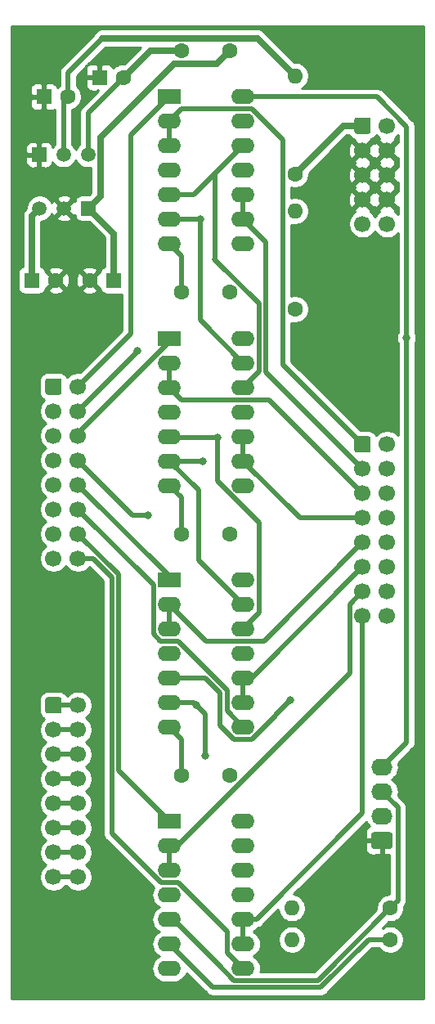
<source format=gbr>
%TF.GenerationSoftware,KiCad,Pcbnew,5.1.10-88a1d61d58~88~ubuntu20.10.1*%
%TF.CreationDate,2021-06-30T17:02:04+02:00*%
%TF.ProjectId,multiplexer-8,6d756c74-6970-46c6-9578-65722d382e6b,v1.0.0*%
%TF.SameCoordinates,Original*%
%TF.FileFunction,Copper,L2,Bot*%
%TF.FilePolarity,Positive*%
%FSLAX46Y46*%
G04 Gerber Fmt 4.6, Leading zero omitted, Abs format (unit mm)*
G04 Created by KiCad (PCBNEW 5.1.10-88a1d61d58~88~ubuntu20.10.1) date 2021-06-30 17:02:04*
%MOMM*%
%LPD*%
G01*
G04 APERTURE LIST*
%TA.AperFunction,ComponentPad*%
%ADD10R,1.500000X1.500000*%
%TD*%
%TA.AperFunction,ComponentPad*%
%ADD11C,1.500000*%
%TD*%
%TA.AperFunction,ComponentPad*%
%ADD12O,2.190000X1.740000*%
%TD*%
%TA.AperFunction,ComponentPad*%
%ADD13O,1.600000X1.600000*%
%TD*%
%TA.AperFunction,ComponentPad*%
%ADD14C,1.600000*%
%TD*%
%TA.AperFunction,ComponentPad*%
%ADD15C,1.700000*%
%TD*%
%TA.AperFunction,ComponentPad*%
%ADD16R,1.600000X1.600000*%
%TD*%
%TA.AperFunction,ComponentPad*%
%ADD17O,2.400000X1.600000*%
%TD*%
%TA.AperFunction,ComponentPad*%
%ADD18R,2.400000X1.600000*%
%TD*%
%TA.AperFunction,ViaPad*%
%ADD19C,3.300000*%
%TD*%
%TA.AperFunction,ViaPad*%
%ADD20C,0.800000*%
%TD*%
%TA.AperFunction,Conductor*%
%ADD21C,0.508000*%
%TD*%
%TA.AperFunction,Conductor*%
%ADD22C,0.635000*%
%TD*%
%TA.AperFunction,Conductor*%
%ADD23C,0.254000*%
%TD*%
%TA.AperFunction,Conductor*%
%ADD24C,0.100000*%
%TD*%
G04 APERTURE END LIST*
D10*
%TO.P,U3,1*%
%TO.N,GND*%
X65500000Y-51000000D03*
D11*
%TO.P,U3,3*%
%TO.N,-5V*%
X70580000Y-51000000D03*
%TO.P,U3,2*%
%TO.N,Net-(C3-Pad2)*%
X68040000Y-51000000D03*
%TD*%
D10*
%TO.P,U2,1*%
%TO.N,+5V*%
X70625048Y-56549880D03*
D11*
%TO.P,U2,3*%
%TO.N,Net-(C2-Pad1)*%
X65545048Y-56549880D03*
%TO.P,U2,2*%
%TO.N,GND*%
X68085048Y-56549880D03*
%TD*%
D12*
%TO.P,J3,4*%
%TO.N,+5V*%
X101000000Y-114380000D03*
%TO.P,J3,3*%
%TO.N,/MUX1/SELECT_B*%
X101000000Y-116920000D03*
%TO.P,J3,2*%
%TO.N,/MUX1/SELECT_A*%
X101000000Y-119460000D03*
%TO.P,J3,1*%
%TO.N,GND*%
%TA.AperFunction,ComponentPad*%
G36*
G01*
X101845001Y-122870000D02*
X100154999Y-122870000D01*
G75*
G02*
X99905000Y-122620001I0J249999D01*
G01*
X99905000Y-121379999D01*
G75*
G02*
X100154999Y-121130000I249999J0D01*
G01*
X101845001Y-121130000D01*
G75*
G02*
X102095000Y-121379999I0J-249999D01*
G01*
X102095000Y-122620001D01*
G75*
G02*
X101845001Y-122870000I-249999J0D01*
G01*
G37*
%TD.AperFunction*%
%TD*%
D13*
%TO.P,FB2,2*%
%TO.N,Net-(C3-Pad2)*%
X92000000Y-42840000D03*
D14*
%TO.P,FB2,1*%
%TO.N,Net-(FB2-Pad1)*%
X92000000Y-53000000D03*
%TD*%
D13*
%TO.P,FB1,2*%
%TO.N,Net-(C2-Pad1)*%
X92000000Y-56840000D03*
D14*
%TO.P,FB1,1*%
%TO.N,Net-(FB1-Pad1)*%
X92000000Y-67000000D03*
%TD*%
D15*
%TO.P,J5,10*%
%TO.N,Net-(FB1-Pad1)*%
X101540000Y-58160000D03*
%TO.P,J5,8*%
%TO.N,GND*%
X101540000Y-55620000D03*
%TO.P,J5,6*%
X101540000Y-53080000D03*
%TO.P,J5,4*%
X101540000Y-50540000D03*
%TO.P,J5,2*%
%TO.N,Net-(FB2-Pad1)*%
X101540000Y-48000000D03*
%TO.P,J5,9*%
%TO.N,Net-(FB1-Pad1)*%
X99000000Y-58160000D03*
%TO.P,J5,7*%
%TO.N,GND*%
X99000000Y-55620000D03*
%TO.P,J5,5*%
X99000000Y-53080000D03*
%TO.P,J5,3*%
X99000000Y-50540000D03*
%TO.P,J5,1*%
%TO.N,Net-(FB2-Pad1)*%
%TA.AperFunction,ComponentPad*%
G36*
G01*
X98150000Y-48600000D02*
X98150000Y-47400000D01*
G75*
G02*
X98400000Y-47150000I250000J0D01*
G01*
X99600000Y-47150000D01*
G75*
G02*
X99850000Y-47400000I0J-250000D01*
G01*
X99850000Y-48600000D01*
G75*
G02*
X99600000Y-48850000I-250000J0D01*
G01*
X98400000Y-48850000D01*
G75*
G02*
X98150000Y-48600000I0J250000D01*
G01*
G37*
%TD.AperFunction*%
%TD*%
D14*
%TO.P,C5,2*%
%TO.N,-5V*%
X74250000Y-43000000D03*
D16*
%TO.P,C5,1*%
%TO.N,GND*%
X71750000Y-43000000D03*
%TD*%
D14*
%TO.P,C4,2*%
%TO.N,GND*%
X70750000Y-64000000D03*
D16*
%TO.P,C4,1*%
%TO.N,+5V*%
X73250000Y-64000000D03*
%TD*%
D14*
%TO.P,C3,2*%
%TO.N,Net-(C3-Pad2)*%
X68500000Y-45000000D03*
D16*
%TO.P,C3,1*%
%TO.N,GND*%
X66000000Y-45000000D03*
%TD*%
D14*
%TO.P,C2,2*%
%TO.N,GND*%
X67250000Y-64000000D03*
D16*
%TO.P,C2,1*%
%TO.N,Net-(C2-Pad1)*%
X64750000Y-64000000D03*
%TD*%
D17*
%TO.P,U6,14*%
%TO.N,+5V*%
X86620000Y-120000000D03*
%TO.P,U6,7*%
%TO.N,-5V*%
X79000000Y-135240000D03*
%TO.P,U6,13*%
%TO.N,/MUX1/SELECT_A*%
X86620000Y-122540000D03*
%TO.P,U6,6*%
X79000000Y-132700000D03*
%TO.P,U6,12*%
%TO.N,/MUX1/SELECT_B*%
X86620000Y-125080000D03*
%TO.P,U6,5*%
X79000000Y-130160000D03*
%TO.P,U6,11*%
%TO.N,/MUX4/B2*%
X86620000Y-127620000D03*
%TO.P,U6,4*%
%TO.N,/MUX4/B1*%
X79000000Y-127620000D03*
%TO.P,U6,10*%
%TO.N,/MUX4/OUT_2*%
X86620000Y-130160000D03*
%TO.P,U6,3*%
%TO.N,/MUX4/OUT_1*%
X79000000Y-125080000D03*
%TO.P,U6,9*%
%TO.N,/MUX4/OUT_2*%
X86620000Y-132700000D03*
%TO.P,U6,2*%
%TO.N,/MUX4/OUT_1*%
X79000000Y-122540000D03*
%TO.P,U6,8*%
%TO.N,/MUX4/A2*%
X86620000Y-135240000D03*
D18*
%TO.P,U6,1*%
%TO.N,/MUX4/A1*%
X79000000Y-120000000D03*
%TD*%
D17*
%TO.P,U5,14*%
%TO.N,+5V*%
X86620000Y-95000000D03*
%TO.P,U5,7*%
%TO.N,-5V*%
X79000000Y-110240000D03*
%TO.P,U5,13*%
%TO.N,/MUX1/SELECT_A*%
X86620000Y-97540000D03*
%TO.P,U5,6*%
X79000000Y-107700000D03*
%TO.P,U5,12*%
%TO.N,/MUX1/SELECT_B*%
X86620000Y-100080000D03*
%TO.P,U5,5*%
X79000000Y-105160000D03*
%TO.P,U5,11*%
%TO.N,/MUX3/B2*%
X86620000Y-102620000D03*
%TO.P,U5,4*%
%TO.N,/MUX3/B1*%
X79000000Y-102620000D03*
%TO.P,U5,10*%
%TO.N,/MUX3/OUT_2*%
X86620000Y-105160000D03*
%TO.P,U5,3*%
%TO.N,/MUX3/OUT_1*%
X79000000Y-100080000D03*
%TO.P,U5,9*%
%TO.N,/MUX3/OUT_2*%
X86620000Y-107700000D03*
%TO.P,U5,2*%
%TO.N,/MUX3/OUT_1*%
X79000000Y-97540000D03*
%TO.P,U5,8*%
%TO.N,/MUX3/A2*%
X86620000Y-110240000D03*
D18*
%TO.P,U5,1*%
%TO.N,/MUX3/A1*%
X79000000Y-95000000D03*
%TD*%
D17*
%TO.P,U4,14*%
%TO.N,+5V*%
X86620000Y-70000000D03*
%TO.P,U4,7*%
%TO.N,-5V*%
X79000000Y-85240000D03*
%TO.P,U4,13*%
%TO.N,/MUX1/SELECT_A*%
X86620000Y-72540000D03*
%TO.P,U4,6*%
X79000000Y-82700000D03*
%TO.P,U4,12*%
%TO.N,/MUX1/SELECT_B*%
X86620000Y-75080000D03*
%TO.P,U4,5*%
X79000000Y-80160000D03*
%TO.P,U4,11*%
%TO.N,/MUX2/B2*%
X86620000Y-77620000D03*
%TO.P,U4,4*%
%TO.N,/MUX2/B1*%
X79000000Y-77620000D03*
%TO.P,U4,10*%
%TO.N,/MUX2/OUT_2*%
X86620000Y-80160000D03*
%TO.P,U4,3*%
%TO.N,/MUX2/OUT_1*%
X79000000Y-75080000D03*
%TO.P,U4,9*%
%TO.N,/MUX2/OUT_2*%
X86620000Y-82700000D03*
%TO.P,U4,2*%
%TO.N,/MUX2/OUT_1*%
X79000000Y-72540000D03*
%TO.P,U4,8*%
%TO.N,/MUX2/A2*%
X86620000Y-85240000D03*
D18*
%TO.P,U4,1*%
%TO.N,/MUX2/A1*%
X79000000Y-70000000D03*
%TD*%
D13*
%TO.P,R2,2*%
%TO.N,-5V*%
X91700000Y-132250000D03*
D14*
%TO.P,R2,1*%
%TO.N,/MUX1/SELECT_A*%
X101860000Y-132250000D03*
%TD*%
D13*
%TO.P,R1,2*%
%TO.N,-5V*%
X91700000Y-129000000D03*
D14*
%TO.P,R1,1*%
%TO.N,/MUX1/SELECT_B*%
X101860000Y-129000000D03*
%TD*%
D15*
%TO.P,J4,16*%
%TO.N,/MUX4/OUT_2*%
X101540000Y-98780000D03*
%TO.P,J4,14*%
%TO.N,/MUX4/OUT_1*%
X101540000Y-96240000D03*
%TO.P,J4,12*%
%TO.N,/MUX3/OUT_2*%
X101540000Y-93700000D03*
%TO.P,J4,10*%
%TO.N,/MUX3/OUT_1*%
X101540000Y-91160000D03*
%TO.P,J4,8*%
%TO.N,/MUX2/OUT_2*%
X101540000Y-88620000D03*
%TO.P,J4,6*%
%TO.N,/MUX2/OUT_1*%
X101540000Y-86080000D03*
%TO.P,J4,4*%
%TO.N,/MUX1/OUT_2*%
X101540000Y-83540000D03*
%TO.P,J4,2*%
%TO.N,/MUX1/OUT_1*%
X101540000Y-81000000D03*
%TO.P,J4,15*%
%TO.N,/MUX4/OUT_2*%
X99000000Y-98780000D03*
%TO.P,J4,13*%
%TO.N,/MUX4/OUT_1*%
X99000000Y-96240000D03*
%TO.P,J4,11*%
%TO.N,/MUX3/OUT_2*%
X99000000Y-93700000D03*
%TO.P,J4,9*%
%TO.N,/MUX3/OUT_1*%
X99000000Y-91160000D03*
%TO.P,J4,7*%
%TO.N,/MUX2/OUT_2*%
X99000000Y-88620000D03*
%TO.P,J4,5*%
%TO.N,/MUX2/OUT_1*%
X99000000Y-86080000D03*
%TO.P,J4,3*%
%TO.N,/MUX1/OUT_2*%
X99000000Y-83540000D03*
%TO.P,J4,1*%
%TO.N,/MUX1/OUT_1*%
%TA.AperFunction,ComponentPad*%
G36*
G01*
X98150000Y-81600000D02*
X98150000Y-80400000D01*
G75*
G02*
X98400000Y-80150000I250000J0D01*
G01*
X99600000Y-80150000D01*
G75*
G02*
X99850000Y-80400000I0J-250000D01*
G01*
X99850000Y-81600000D01*
G75*
G02*
X99600000Y-81850000I-250000J0D01*
G01*
X98400000Y-81850000D01*
G75*
G02*
X98150000Y-81600000I0J250000D01*
G01*
G37*
%TD.AperFunction*%
%TD*%
%TO.P,J2,16*%
%TO.N,/MUX4/B2*%
X69540000Y-125780000D03*
%TO.P,J2,14*%
%TO.N,/MUX4/B1*%
X69540000Y-123240000D03*
%TO.P,J2,12*%
%TO.N,/MUX3/B2*%
X69540000Y-120700000D03*
%TO.P,J2,10*%
%TO.N,/MUX3/B1*%
X69540000Y-118160000D03*
%TO.P,J2,8*%
%TO.N,/MUX2/B2*%
X69540000Y-115620000D03*
%TO.P,J2,6*%
%TO.N,/MUX2/B1*%
X69540000Y-113080000D03*
%TO.P,J2,4*%
%TO.N,/MUX1/B2*%
X69540000Y-110540000D03*
%TO.P,J2,2*%
%TO.N,/MUX1/B1*%
X69540000Y-108000000D03*
%TO.P,J2,15*%
%TO.N,/MUX4/B2*%
X67000000Y-125780000D03*
%TO.P,J2,13*%
%TO.N,/MUX4/B1*%
X67000000Y-123240000D03*
%TO.P,J2,11*%
%TO.N,/MUX3/B2*%
X67000000Y-120700000D03*
%TO.P,J2,9*%
%TO.N,/MUX3/B1*%
X67000000Y-118160000D03*
%TO.P,J2,7*%
%TO.N,/MUX2/B2*%
X67000000Y-115620000D03*
%TO.P,J2,5*%
%TO.N,/MUX2/B1*%
X67000000Y-113080000D03*
%TO.P,J2,3*%
%TO.N,/MUX1/B2*%
X67000000Y-110540000D03*
%TO.P,J2,1*%
%TO.N,/MUX1/B1*%
%TA.AperFunction,ComponentPad*%
G36*
G01*
X66150000Y-108600000D02*
X66150000Y-107400000D01*
G75*
G02*
X66400000Y-107150000I250000J0D01*
G01*
X67600000Y-107150000D01*
G75*
G02*
X67850000Y-107400000I0J-250000D01*
G01*
X67850000Y-108600000D01*
G75*
G02*
X67600000Y-108850000I-250000J0D01*
G01*
X66400000Y-108850000D01*
G75*
G02*
X66150000Y-108600000I0J250000D01*
G01*
G37*
%TD.AperFunction*%
%TD*%
%TO.P,J1,16*%
%TO.N,/MUX4/A2*%
X69540000Y-92780000D03*
%TO.P,J1,14*%
%TO.N,/MUX4/A1*%
X69540000Y-90240000D03*
%TO.P,J1,12*%
%TO.N,/MUX3/A2*%
X69540000Y-87700000D03*
%TO.P,J1,10*%
%TO.N,/MUX3/A1*%
X69540000Y-85160000D03*
%TO.P,J1,8*%
%TO.N,/MUX2/A2*%
X69540000Y-82620000D03*
%TO.P,J1,6*%
%TO.N,/MUX2/A1*%
X69540000Y-80080000D03*
%TO.P,J1,4*%
%TO.N,/MUX1/A2*%
X69540000Y-77540000D03*
%TO.P,J1,2*%
%TO.N,/MUX1/A1*%
X69540000Y-75000000D03*
%TO.P,J1,15*%
%TO.N,/MUX4/A2*%
X67000000Y-92780000D03*
%TO.P,J1,13*%
%TO.N,/MUX4/A1*%
X67000000Y-90240000D03*
%TO.P,J1,11*%
%TO.N,/MUX3/A2*%
X67000000Y-87700000D03*
%TO.P,J1,9*%
%TO.N,/MUX3/A1*%
X67000000Y-85160000D03*
%TO.P,J1,7*%
%TO.N,/MUX2/A2*%
X67000000Y-82620000D03*
%TO.P,J1,5*%
%TO.N,/MUX2/A1*%
X67000000Y-80080000D03*
%TO.P,J1,3*%
%TO.N,/MUX1/A2*%
X67000000Y-77540000D03*
%TO.P,J1,1*%
%TO.N,/MUX1/A1*%
%TA.AperFunction,ComponentPad*%
G36*
G01*
X66150000Y-75600000D02*
X66150000Y-74400000D01*
G75*
G02*
X66400000Y-74150000I250000J0D01*
G01*
X67600000Y-74150000D01*
G75*
G02*
X67850000Y-74400000I0J-250000D01*
G01*
X67850000Y-75600000D01*
G75*
G02*
X67600000Y-75850000I-250000J0D01*
G01*
X66400000Y-75850000D01*
G75*
G02*
X66150000Y-75600000I0J250000D01*
G01*
G37*
%TD.AperFunction*%
%TD*%
D14*
%TO.P,C8,2*%
%TO.N,-5V*%
X80250000Y-90250000D03*
%TO.P,C8,1*%
%TO.N,+5V*%
X85250000Y-90250000D03*
%TD*%
%TO.P,C7,2*%
%TO.N,-5V*%
X80250000Y-115250000D03*
%TO.P,C7,1*%
%TO.N,+5V*%
X85250000Y-115250000D03*
%TD*%
%TO.P,C6,2*%
%TO.N,-5V*%
X80250000Y-65250000D03*
%TO.P,C6,1*%
%TO.N,+5V*%
X85250000Y-65250000D03*
%TD*%
D17*
%TO.P,U1,14*%
%TO.N,+5V*%
X86620000Y-45000000D03*
%TO.P,U1,7*%
%TO.N,-5V*%
X79000000Y-60240000D03*
%TO.P,U1,13*%
%TO.N,/MUX1/SELECT_A*%
X86620000Y-47540000D03*
%TO.P,U1,6*%
X79000000Y-57700000D03*
%TO.P,U1,12*%
%TO.N,/MUX1/SELECT_B*%
X86620000Y-50080000D03*
%TO.P,U1,5*%
X79000000Y-55160000D03*
%TO.P,U1,11*%
%TO.N,/MUX1/B2*%
X86620000Y-52620000D03*
%TO.P,U1,4*%
%TO.N,/MUX1/B1*%
X79000000Y-52620000D03*
%TO.P,U1,10*%
%TO.N,/MUX1/OUT_2*%
X86620000Y-55160000D03*
%TO.P,U1,3*%
%TO.N,/MUX1/OUT_1*%
X79000000Y-50080000D03*
%TO.P,U1,9*%
%TO.N,/MUX1/OUT_2*%
X86620000Y-57700000D03*
%TO.P,U1,2*%
%TO.N,/MUX1/OUT_1*%
X79000000Y-47540000D03*
%TO.P,U1,8*%
%TO.N,/MUX1/A2*%
X86620000Y-60240000D03*
D18*
%TO.P,U1,1*%
%TO.N,/MUX1/A1*%
X79000000Y-45000000D03*
%TD*%
D14*
%TO.P,C1,2*%
%TO.N,-5V*%
X80250000Y-40250000D03*
%TO.P,C1,1*%
%TO.N,+5V*%
X85250000Y-40250000D03*
%TD*%
D19*
%TO.N,GND*%
X103500000Y-136500000D03*
X64500000Y-136500000D03*
X103500000Y-39500000D03*
X64500000Y-39500000D03*
D20*
%TO.N,+5V*%
X103552011Y-69947989D03*
%TO.N,/MUX1/SELECT_A*%
X82750000Y-113250000D03*
X81800000Y-107950000D03*
X82450000Y-82700000D03*
X82200000Y-57700000D03*
%TO.N,/MUX1/SELECT_B*%
X91540000Y-107460000D03*
X84000000Y-80250000D03*
%TO.N,/MUX1/A2*%
X75708010Y-71291990D03*
%TO.N,/MUX2/A2*%
X76787989Y-88287989D03*
%TD*%
D21*
%TO.N,-5V*%
X80250000Y-111490000D02*
X79000000Y-110240000D01*
X80250000Y-115250000D02*
X80250000Y-111490000D01*
X80250000Y-86490000D02*
X79000000Y-85240000D01*
X80250000Y-90250000D02*
X80250000Y-86490000D01*
D22*
X77000000Y-40250000D02*
X74250000Y-43000000D01*
X80250000Y-40250000D02*
X77000000Y-40250000D01*
D21*
X70580000Y-46670000D02*
X70580000Y-51000000D01*
X74250000Y-43000000D02*
X70580000Y-46670000D01*
X80250000Y-61490000D02*
X79000000Y-60240000D01*
X80250000Y-65250000D02*
X80250000Y-61490000D01*
%TO.N,+5V*%
X100469922Y-45000000D02*
X86620000Y-45000000D01*
X103552011Y-48082089D02*
X100469922Y-45000000D01*
X103552011Y-111827989D02*
X103552011Y-69947989D01*
X101000000Y-114380000D02*
X103552011Y-111827989D01*
X103552011Y-69947989D02*
X103552011Y-48082089D01*
D22*
X83932499Y-41567501D02*
X85250000Y-40250000D01*
X71847501Y-49220997D02*
X79500997Y-41567501D01*
X79500997Y-41567501D02*
X83932499Y-41567501D01*
X71847501Y-55327427D02*
X71847501Y-49220997D01*
X70625048Y-56549880D02*
X71847501Y-55327427D01*
X73250000Y-59174832D02*
X70625048Y-56549880D01*
X73250000Y-64000000D02*
X73250000Y-59174832D01*
D21*
%TO.N,/MUX1/SELECT_A*%
X79000000Y-132700000D02*
X83502020Y-137202020D01*
X79000000Y-107700000D02*
X81550000Y-107700000D01*
X82750000Y-108900000D02*
X81800000Y-107950000D01*
X82750000Y-113250000D02*
X82750000Y-108900000D01*
X81800000Y-107950000D02*
X81550000Y-107700000D01*
X82041990Y-92961990D02*
X86620000Y-97540000D01*
X82041990Y-85741990D02*
X82041990Y-92961990D01*
X79000000Y-82700000D02*
X82041990Y-85741990D01*
X79000000Y-82700000D02*
X82450000Y-82700000D01*
X82450000Y-82700000D02*
X82450000Y-82700000D01*
X79000000Y-57700000D02*
X82200000Y-57700000D01*
X82200000Y-57700000D02*
X82200000Y-57700000D01*
X99611277Y-132250000D02*
X101860000Y-132250000D01*
X94659257Y-137202020D02*
X99611277Y-132250000D01*
X83502020Y-137202020D02*
X94659257Y-137202020D01*
X82200000Y-68120000D02*
X82200000Y-57700000D01*
X86620000Y-72540000D02*
X82200000Y-68120000D01*
%TO.N,/MUX1/SELECT_B*%
X94365990Y-136494010D02*
X101860000Y-129000000D01*
X85700573Y-136494010D02*
X94365990Y-136494010D01*
X83960573Y-134754010D02*
X85700573Y-136494010D01*
X83960573Y-134720573D02*
X83960573Y-134754010D01*
X79400000Y-130160000D02*
X83960573Y-134720573D01*
X79000000Y-130160000D02*
X79400000Y-130160000D01*
X102659999Y-118579999D02*
X101000000Y-116920000D01*
X102659999Y-128200001D02*
X102659999Y-118579999D01*
X101860000Y-129000000D02*
X102659999Y-128200001D01*
X79000000Y-105160000D02*
X82712161Y-105160000D01*
X87539427Y-111494010D02*
X90000000Y-109033437D01*
X85700573Y-111494010D02*
X87539427Y-111494010D01*
X84257980Y-110051417D02*
X85700573Y-111494010D01*
X84257980Y-106705819D02*
X84257980Y-110051417D01*
X82712161Y-105160000D02*
X84257980Y-106705819D01*
X90000000Y-109000000D02*
X91540000Y-107460000D01*
X90000000Y-109033437D02*
X90000000Y-109000000D01*
X88274010Y-66418088D02*
X88274010Y-73425990D01*
X88274010Y-73425990D02*
X86620000Y-75080000D01*
X79090000Y-80250000D02*
X79000000Y-80160000D01*
X84000000Y-80250000D02*
X79090000Y-80250000D01*
X88274010Y-98425990D02*
X86620000Y-100080000D01*
X88274010Y-89067447D02*
X88274010Y-98425990D01*
X84000000Y-84793437D02*
X88274010Y-89067447D01*
X84000000Y-80250000D02*
X84000000Y-84793437D01*
X79000000Y-55160000D02*
X81540000Y-55160000D01*
X83725000Y-61775000D02*
X83677961Y-61822039D01*
X83725000Y-52975000D02*
X83725000Y-61775000D01*
X81540000Y-55160000D02*
X83725000Y-52975000D01*
X83677961Y-61822039D02*
X88274010Y-66418088D01*
X83725000Y-52975000D02*
X86620000Y-50080000D01*
%TO.N,/MUX1/B2*%
X69540000Y-110540000D02*
X67000000Y-110540000D01*
%TO.N,/MUX1/B1*%
X67000000Y-108000000D02*
X69540000Y-108000000D01*
%TO.N,/MUX1/A2*%
X75708010Y-71371990D02*
X75708010Y-71291990D01*
X69540000Y-77540000D02*
X75708010Y-71371990D01*
%TO.N,/MUX1/A1*%
X69540000Y-75000000D02*
X75000000Y-69540000D01*
X75000000Y-49000000D02*
X79000000Y-45000000D01*
X75000000Y-69540000D02*
X75000000Y-49000000D01*
%TO.N,/MUX4/A2*%
X69540000Y-92780000D02*
X71078724Y-92780000D01*
X71078724Y-92780000D02*
X73041990Y-94743266D01*
X84965990Y-133585990D02*
X86620000Y-135240000D01*
X84965990Y-131412553D02*
X84965990Y-133585990D01*
X79919427Y-126365990D02*
X84965990Y-131412553D01*
X78112553Y-126365990D02*
X79919427Y-126365990D01*
X73041990Y-121295427D02*
X78112553Y-126365990D01*
X73041990Y-94743266D02*
X73041990Y-121295427D01*
%TO.N,/MUX4/A1*%
X69540000Y-90240000D02*
X73750000Y-94450000D01*
X73750000Y-114750000D02*
X79000000Y-120000000D01*
X73750000Y-94450000D02*
X73750000Y-114750000D01*
%TO.N,/MUX3/A2*%
X69540000Y-87700000D02*
X69540000Y-88357202D01*
X84965990Y-108585990D02*
X86620000Y-110240000D01*
X84965990Y-106412553D02*
X84965990Y-108585990D01*
X79887447Y-101334010D02*
X84965990Y-106412553D01*
X78080573Y-101334010D02*
X79887447Y-101334010D01*
X77345990Y-100599427D02*
X78080573Y-101334010D01*
X77345990Y-95505990D02*
X77345990Y-100599427D01*
X69540000Y-87700000D02*
X77345990Y-95505990D01*
%TO.N,/MUX3/A1*%
X79000000Y-94620000D02*
X79000000Y-95000000D01*
X69540000Y-85160000D02*
X79000000Y-94620000D01*
%TO.N,/MUX2/A2*%
X75207989Y-88287989D02*
X69540000Y-82620000D01*
X76787989Y-88287989D02*
X75207989Y-88287989D01*
%TO.N,/MUX2/A1*%
X79000000Y-70366563D02*
X79000000Y-70000000D01*
X69540000Y-79826563D02*
X79000000Y-70366563D01*
X69540000Y-80080000D02*
X69540000Y-79826563D01*
%TO.N,/MUX4/B2*%
X69540000Y-125780000D02*
X67000000Y-125780000D01*
%TO.N,/MUX3/B2*%
X69540000Y-120700000D02*
X67000000Y-120700000D01*
%TO.N,/MUX3/B1*%
X67000000Y-118160000D02*
X69540000Y-118160000D01*
%TO.N,/MUX2/B2*%
X69540000Y-115620000D02*
X67000000Y-115620000D01*
%TO.N,/MUX2/B1*%
X67000000Y-113080000D02*
X69540000Y-113080000D01*
%TO.N,/MUX4/OUT_2*%
X88014078Y-130160000D02*
X86620000Y-130160000D01*
X99000000Y-119174078D02*
X88014078Y-130160000D01*
X99000000Y-98780000D02*
X99000000Y-119174078D01*
X86620000Y-130160000D02*
X86620000Y-132700000D01*
%TO.N,/MUX4/OUT_1*%
X97695999Y-104659923D02*
X79815922Y-122540000D01*
X79815922Y-122540000D02*
X79000000Y-122540000D01*
X97695999Y-97544001D02*
X97695999Y-104659923D01*
X99000000Y-96240000D02*
X97695999Y-97544001D01*
X79000000Y-122540000D02*
X79000000Y-125080000D01*
%TO.N,/MUX3/OUT_2*%
X87540000Y-105160000D02*
X86620000Y-105160000D01*
X99000000Y-93700000D02*
X87540000Y-105160000D01*
X86620000Y-105160000D02*
X86620000Y-107700000D01*
%TO.N,/MUX3/OUT_1*%
X79815922Y-97540000D02*
X79000000Y-97540000D01*
X79000000Y-97540000D02*
X79000000Y-100080000D01*
X88794010Y-101365990D02*
X99000000Y-91160000D01*
X82825990Y-101365990D02*
X88794010Y-101365990D01*
X79000000Y-97540000D02*
X82825990Y-101365990D01*
%TO.N,/MUX2/OUT_2*%
X92540000Y-88620000D02*
X86620000Y-82700000D01*
X99000000Y-88620000D02*
X92540000Y-88620000D01*
X86620000Y-82700000D02*
X86620000Y-80160000D01*
%TO.N,/MUX2/OUT_1*%
X79000000Y-75080000D02*
X79000000Y-72540000D01*
X89285990Y-76365990D02*
X99000000Y-86080000D01*
X80285990Y-76365990D02*
X89285990Y-76365990D01*
X79000000Y-75080000D02*
X80285990Y-76365990D01*
%TO.N,/MUX1/OUT_2*%
X88982020Y-60062020D02*
X86620000Y-57700000D01*
X88982020Y-73522020D02*
X88982020Y-60062020D01*
X99000000Y-83540000D02*
X88982020Y-73522020D01*
X86620000Y-57700000D02*
X86620000Y-55160000D01*
%TO.N,/MUX1/OUT_1*%
X79000000Y-50080000D02*
X79000000Y-47540000D01*
X80254010Y-46285990D02*
X79000000Y-47540000D01*
X90745999Y-49492562D02*
X87539427Y-46285990D01*
X90745999Y-72745999D02*
X90745999Y-49492562D01*
X87539427Y-46285990D02*
X80254010Y-46285990D01*
X99000000Y-81000000D02*
X90745999Y-72745999D01*
D22*
%TO.N,Net-(C2-Pad1)*%
X64750000Y-57344928D02*
X65545048Y-56549880D01*
X64750000Y-64000000D02*
X64750000Y-57344928D01*
%TO.N,Net-(C3-Pad2)*%
X88092499Y-38932499D02*
X72067501Y-38932499D01*
X92000000Y-42840000D02*
X88092499Y-38932499D01*
D21*
X68040000Y-45460000D02*
X68500000Y-45000000D01*
X68040000Y-51000000D02*
X68040000Y-45460000D01*
X68500000Y-42500000D02*
X72067501Y-38932499D01*
X68500000Y-45000000D02*
X68500000Y-42500000D01*
%TO.N,/MUX4/B1*%
X67000000Y-123240000D02*
X69540000Y-123240000D01*
D22*
%TO.N,Net-(FB2-Pad1)*%
X97000000Y-48000000D02*
X92000000Y-53000000D01*
X99000000Y-48000000D02*
X97000000Y-48000000D01*
%TD*%
D23*
%TO.N,GND*%
X105340001Y-138340000D02*
X62660000Y-138340000D01*
X62660000Y-107400000D01*
X65511928Y-107400000D01*
X65511928Y-108600000D01*
X65528992Y-108773254D01*
X65579528Y-108939850D01*
X65661595Y-109093386D01*
X65772038Y-109227962D01*
X65906614Y-109338405D01*
X66033608Y-109406285D01*
X65846525Y-109593368D01*
X65684010Y-109836589D01*
X65572068Y-110106842D01*
X65515000Y-110393740D01*
X65515000Y-110686260D01*
X65572068Y-110973158D01*
X65684010Y-111243411D01*
X65846525Y-111486632D01*
X66053368Y-111693475D01*
X66227760Y-111810000D01*
X66053368Y-111926525D01*
X65846525Y-112133368D01*
X65684010Y-112376589D01*
X65572068Y-112646842D01*
X65515000Y-112933740D01*
X65515000Y-113226260D01*
X65572068Y-113513158D01*
X65684010Y-113783411D01*
X65846525Y-114026632D01*
X66053368Y-114233475D01*
X66227760Y-114350000D01*
X66053368Y-114466525D01*
X65846525Y-114673368D01*
X65684010Y-114916589D01*
X65572068Y-115186842D01*
X65515000Y-115473740D01*
X65515000Y-115766260D01*
X65572068Y-116053158D01*
X65684010Y-116323411D01*
X65846525Y-116566632D01*
X66053368Y-116773475D01*
X66227760Y-116890000D01*
X66053368Y-117006525D01*
X65846525Y-117213368D01*
X65684010Y-117456589D01*
X65572068Y-117726842D01*
X65515000Y-118013740D01*
X65515000Y-118306260D01*
X65572068Y-118593158D01*
X65684010Y-118863411D01*
X65846525Y-119106632D01*
X66053368Y-119313475D01*
X66227760Y-119430000D01*
X66053368Y-119546525D01*
X65846525Y-119753368D01*
X65684010Y-119996589D01*
X65572068Y-120266842D01*
X65515000Y-120553740D01*
X65515000Y-120846260D01*
X65572068Y-121133158D01*
X65684010Y-121403411D01*
X65846525Y-121646632D01*
X66053368Y-121853475D01*
X66227760Y-121970000D01*
X66053368Y-122086525D01*
X65846525Y-122293368D01*
X65684010Y-122536589D01*
X65572068Y-122806842D01*
X65515000Y-123093740D01*
X65515000Y-123386260D01*
X65572068Y-123673158D01*
X65684010Y-123943411D01*
X65846525Y-124186632D01*
X66053368Y-124393475D01*
X66227760Y-124510000D01*
X66053368Y-124626525D01*
X65846525Y-124833368D01*
X65684010Y-125076589D01*
X65572068Y-125346842D01*
X65515000Y-125633740D01*
X65515000Y-125926260D01*
X65572068Y-126213158D01*
X65684010Y-126483411D01*
X65846525Y-126726632D01*
X66053368Y-126933475D01*
X66296589Y-127095990D01*
X66566842Y-127207932D01*
X66853740Y-127265000D01*
X67146260Y-127265000D01*
X67433158Y-127207932D01*
X67703411Y-127095990D01*
X67946632Y-126933475D01*
X68153475Y-126726632D01*
X68191983Y-126669000D01*
X68348017Y-126669000D01*
X68386525Y-126726632D01*
X68593368Y-126933475D01*
X68836589Y-127095990D01*
X69106842Y-127207932D01*
X69393740Y-127265000D01*
X69686260Y-127265000D01*
X69973158Y-127207932D01*
X70243411Y-127095990D01*
X70486632Y-126933475D01*
X70693475Y-126726632D01*
X70855990Y-126483411D01*
X70967932Y-126213158D01*
X71025000Y-125926260D01*
X71025000Y-125633740D01*
X70967932Y-125346842D01*
X70855990Y-125076589D01*
X70693475Y-124833368D01*
X70486632Y-124626525D01*
X70312240Y-124510000D01*
X70486632Y-124393475D01*
X70693475Y-124186632D01*
X70855990Y-123943411D01*
X70967932Y-123673158D01*
X71025000Y-123386260D01*
X71025000Y-123093740D01*
X70967932Y-122806842D01*
X70855990Y-122536589D01*
X70693475Y-122293368D01*
X70486632Y-122086525D01*
X70312240Y-121970000D01*
X70486632Y-121853475D01*
X70693475Y-121646632D01*
X70855990Y-121403411D01*
X70967932Y-121133158D01*
X71025000Y-120846260D01*
X71025000Y-120553740D01*
X70967932Y-120266842D01*
X70855990Y-119996589D01*
X70693475Y-119753368D01*
X70486632Y-119546525D01*
X70312240Y-119430000D01*
X70486632Y-119313475D01*
X70693475Y-119106632D01*
X70855990Y-118863411D01*
X70967932Y-118593158D01*
X71025000Y-118306260D01*
X71025000Y-118013740D01*
X70967932Y-117726842D01*
X70855990Y-117456589D01*
X70693475Y-117213368D01*
X70486632Y-117006525D01*
X70312240Y-116890000D01*
X70486632Y-116773475D01*
X70693475Y-116566632D01*
X70855990Y-116323411D01*
X70967932Y-116053158D01*
X71025000Y-115766260D01*
X71025000Y-115473740D01*
X70967932Y-115186842D01*
X70855990Y-114916589D01*
X70693475Y-114673368D01*
X70486632Y-114466525D01*
X70312240Y-114350000D01*
X70486632Y-114233475D01*
X70693475Y-114026632D01*
X70855990Y-113783411D01*
X70967932Y-113513158D01*
X71025000Y-113226260D01*
X71025000Y-112933740D01*
X70967932Y-112646842D01*
X70855990Y-112376589D01*
X70693475Y-112133368D01*
X70486632Y-111926525D01*
X70312240Y-111810000D01*
X70486632Y-111693475D01*
X70693475Y-111486632D01*
X70855990Y-111243411D01*
X70967932Y-110973158D01*
X71025000Y-110686260D01*
X71025000Y-110393740D01*
X70967932Y-110106842D01*
X70855990Y-109836589D01*
X70693475Y-109593368D01*
X70486632Y-109386525D01*
X70312240Y-109270000D01*
X70486632Y-109153475D01*
X70693475Y-108946632D01*
X70855990Y-108703411D01*
X70967932Y-108433158D01*
X71025000Y-108146260D01*
X71025000Y-107853740D01*
X70967932Y-107566842D01*
X70855990Y-107296589D01*
X70693475Y-107053368D01*
X70486632Y-106846525D01*
X70243411Y-106684010D01*
X69973158Y-106572068D01*
X69686260Y-106515000D01*
X69393740Y-106515000D01*
X69106842Y-106572068D01*
X68836589Y-106684010D01*
X68593368Y-106846525D01*
X68406285Y-107033608D01*
X68338405Y-106906614D01*
X68227962Y-106772038D01*
X68093386Y-106661595D01*
X67939850Y-106579528D01*
X67773254Y-106528992D01*
X67600000Y-106511928D01*
X66400000Y-106511928D01*
X66226746Y-106528992D01*
X66060150Y-106579528D01*
X65906614Y-106661595D01*
X65772038Y-106772038D01*
X65661595Y-106906614D01*
X65579528Y-107060150D01*
X65528992Y-107226746D01*
X65511928Y-107400000D01*
X62660000Y-107400000D01*
X62660000Y-74400000D01*
X65511928Y-74400000D01*
X65511928Y-75600000D01*
X65528992Y-75773254D01*
X65579528Y-75939850D01*
X65661595Y-76093386D01*
X65772038Y-76227962D01*
X65906614Y-76338405D01*
X66033608Y-76406285D01*
X65846525Y-76593368D01*
X65684010Y-76836589D01*
X65572068Y-77106842D01*
X65515000Y-77393740D01*
X65515000Y-77686260D01*
X65572068Y-77973158D01*
X65684010Y-78243411D01*
X65846525Y-78486632D01*
X66053368Y-78693475D01*
X66227760Y-78810000D01*
X66053368Y-78926525D01*
X65846525Y-79133368D01*
X65684010Y-79376589D01*
X65572068Y-79646842D01*
X65515000Y-79933740D01*
X65515000Y-80226260D01*
X65572068Y-80513158D01*
X65684010Y-80783411D01*
X65846525Y-81026632D01*
X66053368Y-81233475D01*
X66227760Y-81350000D01*
X66053368Y-81466525D01*
X65846525Y-81673368D01*
X65684010Y-81916589D01*
X65572068Y-82186842D01*
X65515000Y-82473740D01*
X65515000Y-82766260D01*
X65572068Y-83053158D01*
X65684010Y-83323411D01*
X65846525Y-83566632D01*
X66053368Y-83773475D01*
X66227760Y-83890000D01*
X66053368Y-84006525D01*
X65846525Y-84213368D01*
X65684010Y-84456589D01*
X65572068Y-84726842D01*
X65515000Y-85013740D01*
X65515000Y-85306260D01*
X65572068Y-85593158D01*
X65684010Y-85863411D01*
X65846525Y-86106632D01*
X66053368Y-86313475D01*
X66227760Y-86430000D01*
X66053368Y-86546525D01*
X65846525Y-86753368D01*
X65684010Y-86996589D01*
X65572068Y-87266842D01*
X65515000Y-87553740D01*
X65515000Y-87846260D01*
X65572068Y-88133158D01*
X65684010Y-88403411D01*
X65846525Y-88646632D01*
X66053368Y-88853475D01*
X66227760Y-88970000D01*
X66053368Y-89086525D01*
X65846525Y-89293368D01*
X65684010Y-89536589D01*
X65572068Y-89806842D01*
X65515000Y-90093740D01*
X65515000Y-90386260D01*
X65572068Y-90673158D01*
X65684010Y-90943411D01*
X65846525Y-91186632D01*
X66053368Y-91393475D01*
X66227760Y-91510000D01*
X66053368Y-91626525D01*
X65846525Y-91833368D01*
X65684010Y-92076589D01*
X65572068Y-92346842D01*
X65515000Y-92633740D01*
X65515000Y-92926260D01*
X65572068Y-93213158D01*
X65684010Y-93483411D01*
X65846525Y-93726632D01*
X66053368Y-93933475D01*
X66296589Y-94095990D01*
X66566842Y-94207932D01*
X66853740Y-94265000D01*
X67146260Y-94265000D01*
X67433158Y-94207932D01*
X67703411Y-94095990D01*
X67946632Y-93933475D01*
X68153475Y-93726632D01*
X68270000Y-93552240D01*
X68386525Y-93726632D01*
X68593368Y-93933475D01*
X68836589Y-94095990D01*
X69106842Y-94207932D01*
X69393740Y-94265000D01*
X69686260Y-94265000D01*
X69973158Y-94207932D01*
X70243411Y-94095990D01*
X70486632Y-93933475D01*
X70693475Y-93726632D01*
X70723374Y-93681885D01*
X72152990Y-95111501D01*
X72152991Y-121251757D01*
X72148690Y-121295427D01*
X72165854Y-121469701D01*
X72216688Y-121637279D01*
X72299238Y-121791718D01*
X72365945Y-121873000D01*
X72410332Y-121927086D01*
X72444249Y-121954921D01*
X77368729Y-126879402D01*
X77267818Y-127068192D01*
X77185764Y-127338691D01*
X77158057Y-127620000D01*
X77185764Y-127901309D01*
X77267818Y-128171808D01*
X77401068Y-128421101D01*
X77580392Y-128639608D01*
X77798899Y-128818932D01*
X77931858Y-128890000D01*
X77798899Y-128961068D01*
X77580392Y-129140392D01*
X77401068Y-129358899D01*
X77267818Y-129608192D01*
X77185764Y-129878691D01*
X77158057Y-130160000D01*
X77185764Y-130441309D01*
X77267818Y-130711808D01*
X77401068Y-130961101D01*
X77580392Y-131179608D01*
X77798899Y-131358932D01*
X77931858Y-131430000D01*
X77798899Y-131501068D01*
X77580392Y-131680392D01*
X77401068Y-131898899D01*
X77267818Y-132148192D01*
X77185764Y-132418691D01*
X77158057Y-132700000D01*
X77185764Y-132981309D01*
X77267818Y-133251808D01*
X77401068Y-133501101D01*
X77580392Y-133719608D01*
X77798899Y-133898932D01*
X77931858Y-133970000D01*
X77798899Y-134041068D01*
X77580392Y-134220392D01*
X77401068Y-134438899D01*
X77267818Y-134688192D01*
X77185764Y-134958691D01*
X77158057Y-135240000D01*
X77185764Y-135521309D01*
X77267818Y-135791808D01*
X77401068Y-136041101D01*
X77580392Y-136259608D01*
X77798899Y-136438932D01*
X78048192Y-136572182D01*
X78318691Y-136654236D01*
X78529508Y-136675000D01*
X79470492Y-136675000D01*
X79681309Y-136654236D01*
X79951808Y-136572182D01*
X80201101Y-136438932D01*
X80419608Y-136259608D01*
X80598932Y-136041101D01*
X80732182Y-135791808D01*
X80756013Y-135713248D01*
X82842526Y-137799762D01*
X82870361Y-137833679D01*
X83005729Y-137944773D01*
X83160169Y-138027323D01*
X83254778Y-138056022D01*
X83327745Y-138078156D01*
X83344345Y-138079791D01*
X83458353Y-138091020D01*
X83458360Y-138091020D01*
X83502020Y-138095320D01*
X83545680Y-138091020D01*
X94615597Y-138091020D01*
X94659257Y-138095320D01*
X94702917Y-138091020D01*
X94702924Y-138091020D01*
X94833531Y-138078156D01*
X95001108Y-138027323D01*
X95155548Y-137944773D01*
X95290916Y-137833679D01*
X95318756Y-137799756D01*
X99979513Y-133139000D01*
X100728151Y-133139000D01*
X100745363Y-133164759D01*
X100945241Y-133364637D01*
X101180273Y-133521680D01*
X101441426Y-133629853D01*
X101718665Y-133685000D01*
X102001335Y-133685000D01*
X102278574Y-133629853D01*
X102539727Y-133521680D01*
X102774759Y-133364637D01*
X102974637Y-133164759D01*
X103131680Y-132929727D01*
X103239853Y-132668574D01*
X103295000Y-132391335D01*
X103295000Y-132108665D01*
X103239853Y-131831426D01*
X103131680Y-131570273D01*
X102974637Y-131335241D01*
X102774759Y-131135363D01*
X102539727Y-130978320D01*
X102278574Y-130870147D01*
X102001335Y-130815000D01*
X101718665Y-130815000D01*
X101441426Y-130870147D01*
X101180273Y-130978320D01*
X101055637Y-131061599D01*
X101688280Y-130428956D01*
X101718665Y-130435000D01*
X102001335Y-130435000D01*
X102278574Y-130379853D01*
X102539727Y-130271680D01*
X102774759Y-130114637D01*
X102974637Y-129914759D01*
X103131680Y-129679727D01*
X103239853Y-129418574D01*
X103295000Y-129141335D01*
X103295000Y-128858665D01*
X103289913Y-128833092D01*
X103291658Y-128831660D01*
X103402752Y-128696292D01*
X103485302Y-128541852D01*
X103527646Y-128402260D01*
X103536135Y-128374277D01*
X103547661Y-128257248D01*
X103548999Y-128243668D01*
X103548999Y-128243662D01*
X103553299Y-128200002D01*
X103548999Y-128156342D01*
X103548999Y-118623658D01*
X103553299Y-118579998D01*
X103548999Y-118536338D01*
X103548999Y-118536332D01*
X103538657Y-118431326D01*
X103536135Y-118405723D01*
X103485301Y-118238146D01*
X103466292Y-118202583D01*
X103402752Y-118083708D01*
X103291658Y-117948340D01*
X103257741Y-117920505D01*
X102671926Y-117334690D01*
X102708224Y-117215032D01*
X102737282Y-116920000D01*
X102708224Y-116624968D01*
X102622166Y-116341275D01*
X102482417Y-116079821D01*
X102294345Y-115850655D01*
X102065179Y-115662583D01*
X102041638Y-115650000D01*
X102065179Y-115637417D01*
X102294345Y-115449345D01*
X102482417Y-115220179D01*
X102622166Y-114958725D01*
X102708224Y-114675032D01*
X102737282Y-114380000D01*
X102708224Y-114084968D01*
X102671926Y-113965310D01*
X104149754Y-112487482D01*
X104183670Y-112459648D01*
X104294764Y-112324280D01*
X104377314Y-112169840D01*
X104428147Y-112002263D01*
X104441011Y-111871656D01*
X104441011Y-111871655D01*
X104445312Y-111827989D01*
X104441011Y-111784321D01*
X104441011Y-70480457D01*
X104469216Y-70438245D01*
X104547237Y-70249887D01*
X104587011Y-70049928D01*
X104587011Y-69846050D01*
X104547237Y-69646091D01*
X104469216Y-69457733D01*
X104441011Y-69415521D01*
X104441011Y-48125748D01*
X104445311Y-48082088D01*
X104441011Y-48038428D01*
X104441011Y-48038422D01*
X104428147Y-47907815D01*
X104420272Y-47881852D01*
X104377313Y-47740236D01*
X104363436Y-47714274D01*
X104294764Y-47585798D01*
X104183670Y-47450430D01*
X104149753Y-47422595D01*
X101129421Y-44402264D01*
X101101581Y-44368341D01*
X100966213Y-44257247D01*
X100811773Y-44174697D01*
X100644196Y-44123864D01*
X100513589Y-44111000D01*
X100513582Y-44111000D01*
X100469922Y-44106700D01*
X100426262Y-44111000D01*
X92680745Y-44111000D01*
X92914759Y-43954637D01*
X93114637Y-43754759D01*
X93271680Y-43519727D01*
X93379853Y-43258574D01*
X93435000Y-42981335D01*
X93435000Y-42698665D01*
X93379853Y-42421426D01*
X93271680Y-42160273D01*
X93114637Y-41925241D01*
X92914759Y-41725363D01*
X92679727Y-41568320D01*
X92418574Y-41460147D01*
X92141335Y-41405000D01*
X91912039Y-41405000D01*
X88799106Y-38292068D01*
X88769277Y-38255721D01*
X88624240Y-38136693D01*
X88458768Y-38048247D01*
X88279222Y-37993782D01*
X88139284Y-37979999D01*
X88092499Y-37975391D01*
X88045714Y-37979999D01*
X72020716Y-37979999D01*
X71880778Y-37993782D01*
X71701232Y-38048247D01*
X71535760Y-38136693D01*
X71390723Y-38255721D01*
X71271695Y-38400758D01*
X71190958Y-38551807D01*
X67902259Y-41840506D01*
X67868342Y-41868341D01*
X67840507Y-41902258D01*
X67840505Y-41902260D01*
X67757248Y-42003709D01*
X67674698Y-42158148D01*
X67623864Y-42325726D01*
X67606700Y-42500000D01*
X67611001Y-42543670D01*
X67611000Y-43868151D01*
X67585241Y-43885363D01*
X67418661Y-44051943D01*
X67389502Y-43955820D01*
X67330537Y-43845506D01*
X67251185Y-43748815D01*
X67154494Y-43669463D01*
X67044180Y-43610498D01*
X66924482Y-43574188D01*
X66800000Y-43561928D01*
X66285750Y-43565000D01*
X66127000Y-43723750D01*
X66127000Y-44873000D01*
X66147000Y-44873000D01*
X66147000Y-45127000D01*
X66127000Y-45127000D01*
X66127000Y-46276250D01*
X66285750Y-46435000D01*
X66800000Y-46438072D01*
X66924482Y-46425812D01*
X67044180Y-46389502D01*
X67151001Y-46332404D01*
X67151000Y-49930315D01*
X66964201Y-50117114D01*
X66886445Y-50233483D01*
X66875812Y-50125518D01*
X66839502Y-50005820D01*
X66780537Y-49895506D01*
X66701185Y-49798815D01*
X66604494Y-49719463D01*
X66494180Y-49660498D01*
X66374482Y-49624188D01*
X66250000Y-49611928D01*
X65785750Y-49615000D01*
X65627000Y-49773750D01*
X65627000Y-50873000D01*
X65647000Y-50873000D01*
X65647000Y-51127000D01*
X65627000Y-51127000D01*
X65627000Y-52226250D01*
X65785750Y-52385000D01*
X66250000Y-52388072D01*
X66374482Y-52375812D01*
X66494180Y-52339502D01*
X66604494Y-52280537D01*
X66701185Y-52201185D01*
X66780537Y-52104494D01*
X66839502Y-51994180D01*
X66875812Y-51874482D01*
X66886445Y-51766517D01*
X66964201Y-51882886D01*
X67157114Y-52075799D01*
X67383957Y-52227371D01*
X67636011Y-52331775D01*
X67903589Y-52385000D01*
X68176411Y-52385000D01*
X68443989Y-52331775D01*
X68696043Y-52227371D01*
X68922886Y-52075799D01*
X69115799Y-51882886D01*
X69267371Y-51656043D01*
X69310000Y-51553127D01*
X69352629Y-51656043D01*
X69504201Y-51882886D01*
X69697114Y-52075799D01*
X69923957Y-52227371D01*
X70176011Y-52331775D01*
X70443589Y-52385000D01*
X70716411Y-52385000D01*
X70895001Y-52349476D01*
X70895001Y-54932889D01*
X70666082Y-55161808D01*
X69875048Y-55161808D01*
X69750566Y-55174068D01*
X69630868Y-55210378D01*
X69520554Y-55269343D01*
X69423863Y-55348695D01*
X69344511Y-55445386D01*
X69285546Y-55555700D01*
X69249236Y-55675398D01*
X69236976Y-55799880D01*
X69236976Y-55825966D01*
X69042041Y-55772492D01*
X68264653Y-56549880D01*
X69042041Y-57327268D01*
X69236976Y-57273794D01*
X69236976Y-57299880D01*
X69249236Y-57424362D01*
X69285546Y-57544060D01*
X69344511Y-57654374D01*
X69423863Y-57751065D01*
X69520554Y-57830417D01*
X69630868Y-57889382D01*
X69750566Y-57925692D01*
X69875048Y-57937952D01*
X70666082Y-57937952D01*
X72297501Y-59569372D01*
X72297500Y-62582687D01*
X72205820Y-62610498D01*
X72095506Y-62669463D01*
X71998815Y-62748815D01*
X71919463Y-62845506D01*
X71860498Y-62955820D01*
X71824188Y-63075518D01*
X71811928Y-63200000D01*
X71811928Y-63207215D01*
X71742702Y-63186903D01*
X70929605Y-64000000D01*
X71742702Y-64813097D01*
X71811928Y-64792785D01*
X71811928Y-64800000D01*
X71824188Y-64924482D01*
X71860498Y-65044180D01*
X71919463Y-65154494D01*
X71998815Y-65251185D01*
X72095506Y-65330537D01*
X72205820Y-65389502D01*
X72325518Y-65425812D01*
X72450000Y-65438072D01*
X74050000Y-65438072D01*
X74111000Y-65432064D01*
X74111000Y-69171764D01*
X69754242Y-73528523D01*
X69686260Y-73515000D01*
X69393740Y-73515000D01*
X69106842Y-73572068D01*
X68836589Y-73684010D01*
X68593368Y-73846525D01*
X68406285Y-74033608D01*
X68338405Y-73906614D01*
X68227962Y-73772038D01*
X68093386Y-73661595D01*
X67939850Y-73579528D01*
X67773254Y-73528992D01*
X67600000Y-73511928D01*
X66400000Y-73511928D01*
X66226746Y-73528992D01*
X66060150Y-73579528D01*
X65906614Y-73661595D01*
X65772038Y-73772038D01*
X65661595Y-73906614D01*
X65579528Y-74060150D01*
X65528992Y-74226746D01*
X65511928Y-74400000D01*
X62660000Y-74400000D01*
X62660000Y-63200000D01*
X63311928Y-63200000D01*
X63311928Y-64800000D01*
X63324188Y-64924482D01*
X63360498Y-65044180D01*
X63419463Y-65154494D01*
X63498815Y-65251185D01*
X63595506Y-65330537D01*
X63705820Y-65389502D01*
X63825518Y-65425812D01*
X63950000Y-65438072D01*
X65550000Y-65438072D01*
X65674482Y-65425812D01*
X65794180Y-65389502D01*
X65904494Y-65330537D01*
X66001185Y-65251185D01*
X66080537Y-65154494D01*
X66139502Y-65044180D01*
X66155117Y-64992702D01*
X66436903Y-64992702D01*
X66508486Y-65236671D01*
X66763996Y-65357571D01*
X67038184Y-65426300D01*
X67320512Y-65440217D01*
X67600130Y-65398787D01*
X67866292Y-65303603D01*
X67991514Y-65236671D01*
X68063097Y-64992702D01*
X69936903Y-64992702D01*
X70008486Y-65236671D01*
X70263996Y-65357571D01*
X70538184Y-65426300D01*
X70820512Y-65440217D01*
X71100130Y-65398787D01*
X71366292Y-65303603D01*
X71491514Y-65236671D01*
X71563097Y-64992702D01*
X70750000Y-64179605D01*
X69936903Y-64992702D01*
X68063097Y-64992702D01*
X67250000Y-64179605D01*
X66436903Y-64992702D01*
X66155117Y-64992702D01*
X66175812Y-64924482D01*
X66188072Y-64800000D01*
X66188072Y-64792785D01*
X66257298Y-64813097D01*
X67070395Y-64000000D01*
X67429605Y-64000000D01*
X68242702Y-64813097D01*
X68486671Y-64741514D01*
X68607571Y-64486004D01*
X68676300Y-64211816D01*
X68683265Y-64070512D01*
X69309783Y-64070512D01*
X69351213Y-64350130D01*
X69446397Y-64616292D01*
X69513329Y-64741514D01*
X69757298Y-64813097D01*
X70570395Y-64000000D01*
X69757298Y-63186903D01*
X69513329Y-63258486D01*
X69392429Y-63513996D01*
X69323700Y-63788184D01*
X69309783Y-64070512D01*
X68683265Y-64070512D01*
X68690217Y-63929488D01*
X68648787Y-63649870D01*
X68553603Y-63383708D01*
X68486671Y-63258486D01*
X68242702Y-63186903D01*
X67429605Y-64000000D01*
X67070395Y-64000000D01*
X66257298Y-63186903D01*
X66188072Y-63207215D01*
X66188072Y-63200000D01*
X66175812Y-63075518D01*
X66155118Y-63007298D01*
X66436903Y-63007298D01*
X67250000Y-63820395D01*
X68063097Y-63007298D01*
X69936903Y-63007298D01*
X70750000Y-63820395D01*
X71563097Y-63007298D01*
X71491514Y-62763329D01*
X71236004Y-62642429D01*
X70961816Y-62573700D01*
X70679488Y-62559783D01*
X70399870Y-62601213D01*
X70133708Y-62696397D01*
X70008486Y-62763329D01*
X69936903Y-63007298D01*
X68063097Y-63007298D01*
X67991514Y-62763329D01*
X67736004Y-62642429D01*
X67461816Y-62573700D01*
X67179488Y-62559783D01*
X66899870Y-62601213D01*
X66633708Y-62696397D01*
X66508486Y-62763329D01*
X66436903Y-63007298D01*
X66155118Y-63007298D01*
X66139502Y-62955820D01*
X66080537Y-62845506D01*
X66001185Y-62748815D01*
X65904494Y-62669463D01*
X65794180Y-62610498D01*
X65702500Y-62582687D01*
X65702500Y-57930695D01*
X65949037Y-57881655D01*
X66201091Y-57777251D01*
X66427934Y-57625679D01*
X66546740Y-57506873D01*
X67307660Y-57506873D01*
X67373185Y-57745740D01*
X67620164Y-57861640D01*
X67885008Y-57927130D01*
X68157540Y-57939692D01*
X68427286Y-57898845D01*
X68683880Y-57806157D01*
X68796911Y-57745740D01*
X68862436Y-57506873D01*
X68085048Y-56729485D01*
X67307660Y-57506873D01*
X66546740Y-57506873D01*
X66620847Y-57432766D01*
X66772419Y-57205923D01*
X66813559Y-57106601D01*
X66828771Y-57148712D01*
X66889188Y-57261743D01*
X67128055Y-57327268D01*
X67905443Y-56549880D01*
X67128055Y-55772492D01*
X66889188Y-55838017D01*
X66814884Y-55996357D01*
X66772419Y-55893837D01*
X66620847Y-55666994D01*
X66546740Y-55592887D01*
X67307660Y-55592887D01*
X68085048Y-56370275D01*
X68862436Y-55592887D01*
X68796911Y-55354020D01*
X68549932Y-55238120D01*
X68285088Y-55172630D01*
X68012556Y-55160068D01*
X67742810Y-55200915D01*
X67486216Y-55293603D01*
X67373185Y-55354020D01*
X67307660Y-55592887D01*
X66546740Y-55592887D01*
X66427934Y-55474081D01*
X66201091Y-55322509D01*
X65949037Y-55218105D01*
X65681459Y-55164880D01*
X65408637Y-55164880D01*
X65141059Y-55218105D01*
X64889005Y-55322509D01*
X64662162Y-55474081D01*
X64469249Y-55666994D01*
X64317677Y-55893837D01*
X64213273Y-56145891D01*
X64160048Y-56413469D01*
X64160048Y-56587842D01*
X64109565Y-56638325D01*
X64073223Y-56668150D01*
X64043399Y-56704491D01*
X63954194Y-56813188D01*
X63865749Y-56978659D01*
X63811283Y-57158206D01*
X63792892Y-57344928D01*
X63797501Y-57391723D01*
X63797500Y-62582687D01*
X63705820Y-62610498D01*
X63595506Y-62669463D01*
X63498815Y-62748815D01*
X63419463Y-62845506D01*
X63360498Y-62955820D01*
X63324188Y-63075518D01*
X63311928Y-63200000D01*
X62660000Y-63200000D01*
X62660000Y-51750000D01*
X64111928Y-51750000D01*
X64124188Y-51874482D01*
X64160498Y-51994180D01*
X64219463Y-52104494D01*
X64298815Y-52201185D01*
X64395506Y-52280537D01*
X64505820Y-52339502D01*
X64625518Y-52375812D01*
X64750000Y-52388072D01*
X65214250Y-52385000D01*
X65373000Y-52226250D01*
X65373000Y-51127000D01*
X64273750Y-51127000D01*
X64115000Y-51285750D01*
X64111928Y-51750000D01*
X62660000Y-51750000D01*
X62660000Y-50250000D01*
X64111928Y-50250000D01*
X64115000Y-50714250D01*
X64273750Y-50873000D01*
X65373000Y-50873000D01*
X65373000Y-49773750D01*
X65214250Y-49615000D01*
X64750000Y-49611928D01*
X64625518Y-49624188D01*
X64505820Y-49660498D01*
X64395506Y-49719463D01*
X64298815Y-49798815D01*
X64219463Y-49895506D01*
X64160498Y-50005820D01*
X64124188Y-50125518D01*
X64111928Y-50250000D01*
X62660000Y-50250000D01*
X62660000Y-45800000D01*
X64561928Y-45800000D01*
X64574188Y-45924482D01*
X64610498Y-46044180D01*
X64669463Y-46154494D01*
X64748815Y-46251185D01*
X64845506Y-46330537D01*
X64955820Y-46389502D01*
X65075518Y-46425812D01*
X65200000Y-46438072D01*
X65714250Y-46435000D01*
X65873000Y-46276250D01*
X65873000Y-45127000D01*
X64723750Y-45127000D01*
X64565000Y-45285750D01*
X64561928Y-45800000D01*
X62660000Y-45800000D01*
X62660000Y-44200000D01*
X64561928Y-44200000D01*
X64565000Y-44714250D01*
X64723750Y-44873000D01*
X65873000Y-44873000D01*
X65873000Y-43723750D01*
X65714250Y-43565000D01*
X65200000Y-43561928D01*
X65075518Y-43574188D01*
X64955820Y-43610498D01*
X64845506Y-43669463D01*
X64748815Y-43748815D01*
X64669463Y-43845506D01*
X64610498Y-43955820D01*
X64574188Y-44075518D01*
X64561928Y-44200000D01*
X62660000Y-44200000D01*
X62660000Y-37660000D01*
X105340000Y-37660000D01*
X105340001Y-138340000D01*
%TA.AperFunction,Conductor*%
D24*
G36*
X105340001Y-138340000D02*
G01*
X62660000Y-138340000D01*
X62660000Y-107400000D01*
X65511928Y-107400000D01*
X65511928Y-108600000D01*
X65528992Y-108773254D01*
X65579528Y-108939850D01*
X65661595Y-109093386D01*
X65772038Y-109227962D01*
X65906614Y-109338405D01*
X66033608Y-109406285D01*
X65846525Y-109593368D01*
X65684010Y-109836589D01*
X65572068Y-110106842D01*
X65515000Y-110393740D01*
X65515000Y-110686260D01*
X65572068Y-110973158D01*
X65684010Y-111243411D01*
X65846525Y-111486632D01*
X66053368Y-111693475D01*
X66227760Y-111810000D01*
X66053368Y-111926525D01*
X65846525Y-112133368D01*
X65684010Y-112376589D01*
X65572068Y-112646842D01*
X65515000Y-112933740D01*
X65515000Y-113226260D01*
X65572068Y-113513158D01*
X65684010Y-113783411D01*
X65846525Y-114026632D01*
X66053368Y-114233475D01*
X66227760Y-114350000D01*
X66053368Y-114466525D01*
X65846525Y-114673368D01*
X65684010Y-114916589D01*
X65572068Y-115186842D01*
X65515000Y-115473740D01*
X65515000Y-115766260D01*
X65572068Y-116053158D01*
X65684010Y-116323411D01*
X65846525Y-116566632D01*
X66053368Y-116773475D01*
X66227760Y-116890000D01*
X66053368Y-117006525D01*
X65846525Y-117213368D01*
X65684010Y-117456589D01*
X65572068Y-117726842D01*
X65515000Y-118013740D01*
X65515000Y-118306260D01*
X65572068Y-118593158D01*
X65684010Y-118863411D01*
X65846525Y-119106632D01*
X66053368Y-119313475D01*
X66227760Y-119430000D01*
X66053368Y-119546525D01*
X65846525Y-119753368D01*
X65684010Y-119996589D01*
X65572068Y-120266842D01*
X65515000Y-120553740D01*
X65515000Y-120846260D01*
X65572068Y-121133158D01*
X65684010Y-121403411D01*
X65846525Y-121646632D01*
X66053368Y-121853475D01*
X66227760Y-121970000D01*
X66053368Y-122086525D01*
X65846525Y-122293368D01*
X65684010Y-122536589D01*
X65572068Y-122806842D01*
X65515000Y-123093740D01*
X65515000Y-123386260D01*
X65572068Y-123673158D01*
X65684010Y-123943411D01*
X65846525Y-124186632D01*
X66053368Y-124393475D01*
X66227760Y-124510000D01*
X66053368Y-124626525D01*
X65846525Y-124833368D01*
X65684010Y-125076589D01*
X65572068Y-125346842D01*
X65515000Y-125633740D01*
X65515000Y-125926260D01*
X65572068Y-126213158D01*
X65684010Y-126483411D01*
X65846525Y-126726632D01*
X66053368Y-126933475D01*
X66296589Y-127095990D01*
X66566842Y-127207932D01*
X66853740Y-127265000D01*
X67146260Y-127265000D01*
X67433158Y-127207932D01*
X67703411Y-127095990D01*
X67946632Y-126933475D01*
X68153475Y-126726632D01*
X68191983Y-126669000D01*
X68348017Y-126669000D01*
X68386525Y-126726632D01*
X68593368Y-126933475D01*
X68836589Y-127095990D01*
X69106842Y-127207932D01*
X69393740Y-127265000D01*
X69686260Y-127265000D01*
X69973158Y-127207932D01*
X70243411Y-127095990D01*
X70486632Y-126933475D01*
X70693475Y-126726632D01*
X70855990Y-126483411D01*
X70967932Y-126213158D01*
X71025000Y-125926260D01*
X71025000Y-125633740D01*
X70967932Y-125346842D01*
X70855990Y-125076589D01*
X70693475Y-124833368D01*
X70486632Y-124626525D01*
X70312240Y-124510000D01*
X70486632Y-124393475D01*
X70693475Y-124186632D01*
X70855990Y-123943411D01*
X70967932Y-123673158D01*
X71025000Y-123386260D01*
X71025000Y-123093740D01*
X70967932Y-122806842D01*
X70855990Y-122536589D01*
X70693475Y-122293368D01*
X70486632Y-122086525D01*
X70312240Y-121970000D01*
X70486632Y-121853475D01*
X70693475Y-121646632D01*
X70855990Y-121403411D01*
X70967932Y-121133158D01*
X71025000Y-120846260D01*
X71025000Y-120553740D01*
X70967932Y-120266842D01*
X70855990Y-119996589D01*
X70693475Y-119753368D01*
X70486632Y-119546525D01*
X70312240Y-119430000D01*
X70486632Y-119313475D01*
X70693475Y-119106632D01*
X70855990Y-118863411D01*
X70967932Y-118593158D01*
X71025000Y-118306260D01*
X71025000Y-118013740D01*
X70967932Y-117726842D01*
X70855990Y-117456589D01*
X70693475Y-117213368D01*
X70486632Y-117006525D01*
X70312240Y-116890000D01*
X70486632Y-116773475D01*
X70693475Y-116566632D01*
X70855990Y-116323411D01*
X70967932Y-116053158D01*
X71025000Y-115766260D01*
X71025000Y-115473740D01*
X70967932Y-115186842D01*
X70855990Y-114916589D01*
X70693475Y-114673368D01*
X70486632Y-114466525D01*
X70312240Y-114350000D01*
X70486632Y-114233475D01*
X70693475Y-114026632D01*
X70855990Y-113783411D01*
X70967932Y-113513158D01*
X71025000Y-113226260D01*
X71025000Y-112933740D01*
X70967932Y-112646842D01*
X70855990Y-112376589D01*
X70693475Y-112133368D01*
X70486632Y-111926525D01*
X70312240Y-111810000D01*
X70486632Y-111693475D01*
X70693475Y-111486632D01*
X70855990Y-111243411D01*
X70967932Y-110973158D01*
X71025000Y-110686260D01*
X71025000Y-110393740D01*
X70967932Y-110106842D01*
X70855990Y-109836589D01*
X70693475Y-109593368D01*
X70486632Y-109386525D01*
X70312240Y-109270000D01*
X70486632Y-109153475D01*
X70693475Y-108946632D01*
X70855990Y-108703411D01*
X70967932Y-108433158D01*
X71025000Y-108146260D01*
X71025000Y-107853740D01*
X70967932Y-107566842D01*
X70855990Y-107296589D01*
X70693475Y-107053368D01*
X70486632Y-106846525D01*
X70243411Y-106684010D01*
X69973158Y-106572068D01*
X69686260Y-106515000D01*
X69393740Y-106515000D01*
X69106842Y-106572068D01*
X68836589Y-106684010D01*
X68593368Y-106846525D01*
X68406285Y-107033608D01*
X68338405Y-106906614D01*
X68227962Y-106772038D01*
X68093386Y-106661595D01*
X67939850Y-106579528D01*
X67773254Y-106528992D01*
X67600000Y-106511928D01*
X66400000Y-106511928D01*
X66226746Y-106528992D01*
X66060150Y-106579528D01*
X65906614Y-106661595D01*
X65772038Y-106772038D01*
X65661595Y-106906614D01*
X65579528Y-107060150D01*
X65528992Y-107226746D01*
X65511928Y-107400000D01*
X62660000Y-107400000D01*
X62660000Y-74400000D01*
X65511928Y-74400000D01*
X65511928Y-75600000D01*
X65528992Y-75773254D01*
X65579528Y-75939850D01*
X65661595Y-76093386D01*
X65772038Y-76227962D01*
X65906614Y-76338405D01*
X66033608Y-76406285D01*
X65846525Y-76593368D01*
X65684010Y-76836589D01*
X65572068Y-77106842D01*
X65515000Y-77393740D01*
X65515000Y-77686260D01*
X65572068Y-77973158D01*
X65684010Y-78243411D01*
X65846525Y-78486632D01*
X66053368Y-78693475D01*
X66227760Y-78810000D01*
X66053368Y-78926525D01*
X65846525Y-79133368D01*
X65684010Y-79376589D01*
X65572068Y-79646842D01*
X65515000Y-79933740D01*
X65515000Y-80226260D01*
X65572068Y-80513158D01*
X65684010Y-80783411D01*
X65846525Y-81026632D01*
X66053368Y-81233475D01*
X66227760Y-81350000D01*
X66053368Y-81466525D01*
X65846525Y-81673368D01*
X65684010Y-81916589D01*
X65572068Y-82186842D01*
X65515000Y-82473740D01*
X65515000Y-82766260D01*
X65572068Y-83053158D01*
X65684010Y-83323411D01*
X65846525Y-83566632D01*
X66053368Y-83773475D01*
X66227760Y-83890000D01*
X66053368Y-84006525D01*
X65846525Y-84213368D01*
X65684010Y-84456589D01*
X65572068Y-84726842D01*
X65515000Y-85013740D01*
X65515000Y-85306260D01*
X65572068Y-85593158D01*
X65684010Y-85863411D01*
X65846525Y-86106632D01*
X66053368Y-86313475D01*
X66227760Y-86430000D01*
X66053368Y-86546525D01*
X65846525Y-86753368D01*
X65684010Y-86996589D01*
X65572068Y-87266842D01*
X65515000Y-87553740D01*
X65515000Y-87846260D01*
X65572068Y-88133158D01*
X65684010Y-88403411D01*
X65846525Y-88646632D01*
X66053368Y-88853475D01*
X66227760Y-88970000D01*
X66053368Y-89086525D01*
X65846525Y-89293368D01*
X65684010Y-89536589D01*
X65572068Y-89806842D01*
X65515000Y-90093740D01*
X65515000Y-90386260D01*
X65572068Y-90673158D01*
X65684010Y-90943411D01*
X65846525Y-91186632D01*
X66053368Y-91393475D01*
X66227760Y-91510000D01*
X66053368Y-91626525D01*
X65846525Y-91833368D01*
X65684010Y-92076589D01*
X65572068Y-92346842D01*
X65515000Y-92633740D01*
X65515000Y-92926260D01*
X65572068Y-93213158D01*
X65684010Y-93483411D01*
X65846525Y-93726632D01*
X66053368Y-93933475D01*
X66296589Y-94095990D01*
X66566842Y-94207932D01*
X66853740Y-94265000D01*
X67146260Y-94265000D01*
X67433158Y-94207932D01*
X67703411Y-94095990D01*
X67946632Y-93933475D01*
X68153475Y-93726632D01*
X68270000Y-93552240D01*
X68386525Y-93726632D01*
X68593368Y-93933475D01*
X68836589Y-94095990D01*
X69106842Y-94207932D01*
X69393740Y-94265000D01*
X69686260Y-94265000D01*
X69973158Y-94207932D01*
X70243411Y-94095990D01*
X70486632Y-93933475D01*
X70693475Y-93726632D01*
X70723374Y-93681885D01*
X72152990Y-95111501D01*
X72152991Y-121251757D01*
X72148690Y-121295427D01*
X72165854Y-121469701D01*
X72216688Y-121637279D01*
X72299238Y-121791718D01*
X72365945Y-121873000D01*
X72410332Y-121927086D01*
X72444249Y-121954921D01*
X77368729Y-126879402D01*
X77267818Y-127068192D01*
X77185764Y-127338691D01*
X77158057Y-127620000D01*
X77185764Y-127901309D01*
X77267818Y-128171808D01*
X77401068Y-128421101D01*
X77580392Y-128639608D01*
X77798899Y-128818932D01*
X77931858Y-128890000D01*
X77798899Y-128961068D01*
X77580392Y-129140392D01*
X77401068Y-129358899D01*
X77267818Y-129608192D01*
X77185764Y-129878691D01*
X77158057Y-130160000D01*
X77185764Y-130441309D01*
X77267818Y-130711808D01*
X77401068Y-130961101D01*
X77580392Y-131179608D01*
X77798899Y-131358932D01*
X77931858Y-131430000D01*
X77798899Y-131501068D01*
X77580392Y-131680392D01*
X77401068Y-131898899D01*
X77267818Y-132148192D01*
X77185764Y-132418691D01*
X77158057Y-132700000D01*
X77185764Y-132981309D01*
X77267818Y-133251808D01*
X77401068Y-133501101D01*
X77580392Y-133719608D01*
X77798899Y-133898932D01*
X77931858Y-133970000D01*
X77798899Y-134041068D01*
X77580392Y-134220392D01*
X77401068Y-134438899D01*
X77267818Y-134688192D01*
X77185764Y-134958691D01*
X77158057Y-135240000D01*
X77185764Y-135521309D01*
X77267818Y-135791808D01*
X77401068Y-136041101D01*
X77580392Y-136259608D01*
X77798899Y-136438932D01*
X78048192Y-136572182D01*
X78318691Y-136654236D01*
X78529508Y-136675000D01*
X79470492Y-136675000D01*
X79681309Y-136654236D01*
X79951808Y-136572182D01*
X80201101Y-136438932D01*
X80419608Y-136259608D01*
X80598932Y-136041101D01*
X80732182Y-135791808D01*
X80756013Y-135713248D01*
X82842526Y-137799762D01*
X82870361Y-137833679D01*
X83005729Y-137944773D01*
X83160169Y-138027323D01*
X83254778Y-138056022D01*
X83327745Y-138078156D01*
X83344345Y-138079791D01*
X83458353Y-138091020D01*
X83458360Y-138091020D01*
X83502020Y-138095320D01*
X83545680Y-138091020D01*
X94615597Y-138091020D01*
X94659257Y-138095320D01*
X94702917Y-138091020D01*
X94702924Y-138091020D01*
X94833531Y-138078156D01*
X95001108Y-138027323D01*
X95155548Y-137944773D01*
X95290916Y-137833679D01*
X95318756Y-137799756D01*
X99979513Y-133139000D01*
X100728151Y-133139000D01*
X100745363Y-133164759D01*
X100945241Y-133364637D01*
X101180273Y-133521680D01*
X101441426Y-133629853D01*
X101718665Y-133685000D01*
X102001335Y-133685000D01*
X102278574Y-133629853D01*
X102539727Y-133521680D01*
X102774759Y-133364637D01*
X102974637Y-133164759D01*
X103131680Y-132929727D01*
X103239853Y-132668574D01*
X103295000Y-132391335D01*
X103295000Y-132108665D01*
X103239853Y-131831426D01*
X103131680Y-131570273D01*
X102974637Y-131335241D01*
X102774759Y-131135363D01*
X102539727Y-130978320D01*
X102278574Y-130870147D01*
X102001335Y-130815000D01*
X101718665Y-130815000D01*
X101441426Y-130870147D01*
X101180273Y-130978320D01*
X101055637Y-131061599D01*
X101688280Y-130428956D01*
X101718665Y-130435000D01*
X102001335Y-130435000D01*
X102278574Y-130379853D01*
X102539727Y-130271680D01*
X102774759Y-130114637D01*
X102974637Y-129914759D01*
X103131680Y-129679727D01*
X103239853Y-129418574D01*
X103295000Y-129141335D01*
X103295000Y-128858665D01*
X103289913Y-128833092D01*
X103291658Y-128831660D01*
X103402752Y-128696292D01*
X103485302Y-128541852D01*
X103527646Y-128402260D01*
X103536135Y-128374277D01*
X103547661Y-128257248D01*
X103548999Y-128243668D01*
X103548999Y-128243662D01*
X103553299Y-128200002D01*
X103548999Y-128156342D01*
X103548999Y-118623658D01*
X103553299Y-118579998D01*
X103548999Y-118536338D01*
X103548999Y-118536332D01*
X103538657Y-118431326D01*
X103536135Y-118405723D01*
X103485301Y-118238146D01*
X103466292Y-118202583D01*
X103402752Y-118083708D01*
X103291658Y-117948340D01*
X103257741Y-117920505D01*
X102671926Y-117334690D01*
X102708224Y-117215032D01*
X102737282Y-116920000D01*
X102708224Y-116624968D01*
X102622166Y-116341275D01*
X102482417Y-116079821D01*
X102294345Y-115850655D01*
X102065179Y-115662583D01*
X102041638Y-115650000D01*
X102065179Y-115637417D01*
X102294345Y-115449345D01*
X102482417Y-115220179D01*
X102622166Y-114958725D01*
X102708224Y-114675032D01*
X102737282Y-114380000D01*
X102708224Y-114084968D01*
X102671926Y-113965310D01*
X104149754Y-112487482D01*
X104183670Y-112459648D01*
X104294764Y-112324280D01*
X104377314Y-112169840D01*
X104428147Y-112002263D01*
X104441011Y-111871656D01*
X104441011Y-111871655D01*
X104445312Y-111827989D01*
X104441011Y-111784321D01*
X104441011Y-70480457D01*
X104469216Y-70438245D01*
X104547237Y-70249887D01*
X104587011Y-70049928D01*
X104587011Y-69846050D01*
X104547237Y-69646091D01*
X104469216Y-69457733D01*
X104441011Y-69415521D01*
X104441011Y-48125748D01*
X104445311Y-48082088D01*
X104441011Y-48038428D01*
X104441011Y-48038422D01*
X104428147Y-47907815D01*
X104420272Y-47881852D01*
X104377313Y-47740236D01*
X104363436Y-47714274D01*
X104294764Y-47585798D01*
X104183670Y-47450430D01*
X104149753Y-47422595D01*
X101129421Y-44402264D01*
X101101581Y-44368341D01*
X100966213Y-44257247D01*
X100811773Y-44174697D01*
X100644196Y-44123864D01*
X100513589Y-44111000D01*
X100513582Y-44111000D01*
X100469922Y-44106700D01*
X100426262Y-44111000D01*
X92680745Y-44111000D01*
X92914759Y-43954637D01*
X93114637Y-43754759D01*
X93271680Y-43519727D01*
X93379853Y-43258574D01*
X93435000Y-42981335D01*
X93435000Y-42698665D01*
X93379853Y-42421426D01*
X93271680Y-42160273D01*
X93114637Y-41925241D01*
X92914759Y-41725363D01*
X92679727Y-41568320D01*
X92418574Y-41460147D01*
X92141335Y-41405000D01*
X91912039Y-41405000D01*
X88799106Y-38292068D01*
X88769277Y-38255721D01*
X88624240Y-38136693D01*
X88458768Y-38048247D01*
X88279222Y-37993782D01*
X88139284Y-37979999D01*
X88092499Y-37975391D01*
X88045714Y-37979999D01*
X72020716Y-37979999D01*
X71880778Y-37993782D01*
X71701232Y-38048247D01*
X71535760Y-38136693D01*
X71390723Y-38255721D01*
X71271695Y-38400758D01*
X71190958Y-38551807D01*
X67902259Y-41840506D01*
X67868342Y-41868341D01*
X67840507Y-41902258D01*
X67840505Y-41902260D01*
X67757248Y-42003709D01*
X67674698Y-42158148D01*
X67623864Y-42325726D01*
X67606700Y-42500000D01*
X67611001Y-42543670D01*
X67611000Y-43868151D01*
X67585241Y-43885363D01*
X67418661Y-44051943D01*
X67389502Y-43955820D01*
X67330537Y-43845506D01*
X67251185Y-43748815D01*
X67154494Y-43669463D01*
X67044180Y-43610498D01*
X66924482Y-43574188D01*
X66800000Y-43561928D01*
X66285750Y-43565000D01*
X66127000Y-43723750D01*
X66127000Y-44873000D01*
X66147000Y-44873000D01*
X66147000Y-45127000D01*
X66127000Y-45127000D01*
X66127000Y-46276250D01*
X66285750Y-46435000D01*
X66800000Y-46438072D01*
X66924482Y-46425812D01*
X67044180Y-46389502D01*
X67151001Y-46332404D01*
X67151000Y-49930315D01*
X66964201Y-50117114D01*
X66886445Y-50233483D01*
X66875812Y-50125518D01*
X66839502Y-50005820D01*
X66780537Y-49895506D01*
X66701185Y-49798815D01*
X66604494Y-49719463D01*
X66494180Y-49660498D01*
X66374482Y-49624188D01*
X66250000Y-49611928D01*
X65785750Y-49615000D01*
X65627000Y-49773750D01*
X65627000Y-50873000D01*
X65647000Y-50873000D01*
X65647000Y-51127000D01*
X65627000Y-51127000D01*
X65627000Y-52226250D01*
X65785750Y-52385000D01*
X66250000Y-52388072D01*
X66374482Y-52375812D01*
X66494180Y-52339502D01*
X66604494Y-52280537D01*
X66701185Y-52201185D01*
X66780537Y-52104494D01*
X66839502Y-51994180D01*
X66875812Y-51874482D01*
X66886445Y-51766517D01*
X66964201Y-51882886D01*
X67157114Y-52075799D01*
X67383957Y-52227371D01*
X67636011Y-52331775D01*
X67903589Y-52385000D01*
X68176411Y-52385000D01*
X68443989Y-52331775D01*
X68696043Y-52227371D01*
X68922886Y-52075799D01*
X69115799Y-51882886D01*
X69267371Y-51656043D01*
X69310000Y-51553127D01*
X69352629Y-51656043D01*
X69504201Y-51882886D01*
X69697114Y-52075799D01*
X69923957Y-52227371D01*
X70176011Y-52331775D01*
X70443589Y-52385000D01*
X70716411Y-52385000D01*
X70895001Y-52349476D01*
X70895001Y-54932889D01*
X70666082Y-55161808D01*
X69875048Y-55161808D01*
X69750566Y-55174068D01*
X69630868Y-55210378D01*
X69520554Y-55269343D01*
X69423863Y-55348695D01*
X69344511Y-55445386D01*
X69285546Y-55555700D01*
X69249236Y-55675398D01*
X69236976Y-55799880D01*
X69236976Y-55825966D01*
X69042041Y-55772492D01*
X68264653Y-56549880D01*
X69042041Y-57327268D01*
X69236976Y-57273794D01*
X69236976Y-57299880D01*
X69249236Y-57424362D01*
X69285546Y-57544060D01*
X69344511Y-57654374D01*
X69423863Y-57751065D01*
X69520554Y-57830417D01*
X69630868Y-57889382D01*
X69750566Y-57925692D01*
X69875048Y-57937952D01*
X70666082Y-57937952D01*
X72297501Y-59569372D01*
X72297500Y-62582687D01*
X72205820Y-62610498D01*
X72095506Y-62669463D01*
X71998815Y-62748815D01*
X71919463Y-62845506D01*
X71860498Y-62955820D01*
X71824188Y-63075518D01*
X71811928Y-63200000D01*
X71811928Y-63207215D01*
X71742702Y-63186903D01*
X70929605Y-64000000D01*
X71742702Y-64813097D01*
X71811928Y-64792785D01*
X71811928Y-64800000D01*
X71824188Y-64924482D01*
X71860498Y-65044180D01*
X71919463Y-65154494D01*
X71998815Y-65251185D01*
X72095506Y-65330537D01*
X72205820Y-65389502D01*
X72325518Y-65425812D01*
X72450000Y-65438072D01*
X74050000Y-65438072D01*
X74111000Y-65432064D01*
X74111000Y-69171764D01*
X69754242Y-73528523D01*
X69686260Y-73515000D01*
X69393740Y-73515000D01*
X69106842Y-73572068D01*
X68836589Y-73684010D01*
X68593368Y-73846525D01*
X68406285Y-74033608D01*
X68338405Y-73906614D01*
X68227962Y-73772038D01*
X68093386Y-73661595D01*
X67939850Y-73579528D01*
X67773254Y-73528992D01*
X67600000Y-73511928D01*
X66400000Y-73511928D01*
X66226746Y-73528992D01*
X66060150Y-73579528D01*
X65906614Y-73661595D01*
X65772038Y-73772038D01*
X65661595Y-73906614D01*
X65579528Y-74060150D01*
X65528992Y-74226746D01*
X65511928Y-74400000D01*
X62660000Y-74400000D01*
X62660000Y-63200000D01*
X63311928Y-63200000D01*
X63311928Y-64800000D01*
X63324188Y-64924482D01*
X63360498Y-65044180D01*
X63419463Y-65154494D01*
X63498815Y-65251185D01*
X63595506Y-65330537D01*
X63705820Y-65389502D01*
X63825518Y-65425812D01*
X63950000Y-65438072D01*
X65550000Y-65438072D01*
X65674482Y-65425812D01*
X65794180Y-65389502D01*
X65904494Y-65330537D01*
X66001185Y-65251185D01*
X66080537Y-65154494D01*
X66139502Y-65044180D01*
X66155117Y-64992702D01*
X66436903Y-64992702D01*
X66508486Y-65236671D01*
X66763996Y-65357571D01*
X67038184Y-65426300D01*
X67320512Y-65440217D01*
X67600130Y-65398787D01*
X67866292Y-65303603D01*
X67991514Y-65236671D01*
X68063097Y-64992702D01*
X69936903Y-64992702D01*
X70008486Y-65236671D01*
X70263996Y-65357571D01*
X70538184Y-65426300D01*
X70820512Y-65440217D01*
X71100130Y-65398787D01*
X71366292Y-65303603D01*
X71491514Y-65236671D01*
X71563097Y-64992702D01*
X70750000Y-64179605D01*
X69936903Y-64992702D01*
X68063097Y-64992702D01*
X67250000Y-64179605D01*
X66436903Y-64992702D01*
X66155117Y-64992702D01*
X66175812Y-64924482D01*
X66188072Y-64800000D01*
X66188072Y-64792785D01*
X66257298Y-64813097D01*
X67070395Y-64000000D01*
X67429605Y-64000000D01*
X68242702Y-64813097D01*
X68486671Y-64741514D01*
X68607571Y-64486004D01*
X68676300Y-64211816D01*
X68683265Y-64070512D01*
X69309783Y-64070512D01*
X69351213Y-64350130D01*
X69446397Y-64616292D01*
X69513329Y-64741514D01*
X69757298Y-64813097D01*
X70570395Y-64000000D01*
X69757298Y-63186903D01*
X69513329Y-63258486D01*
X69392429Y-63513996D01*
X69323700Y-63788184D01*
X69309783Y-64070512D01*
X68683265Y-64070512D01*
X68690217Y-63929488D01*
X68648787Y-63649870D01*
X68553603Y-63383708D01*
X68486671Y-63258486D01*
X68242702Y-63186903D01*
X67429605Y-64000000D01*
X67070395Y-64000000D01*
X66257298Y-63186903D01*
X66188072Y-63207215D01*
X66188072Y-63200000D01*
X66175812Y-63075518D01*
X66155118Y-63007298D01*
X66436903Y-63007298D01*
X67250000Y-63820395D01*
X68063097Y-63007298D01*
X69936903Y-63007298D01*
X70750000Y-63820395D01*
X71563097Y-63007298D01*
X71491514Y-62763329D01*
X71236004Y-62642429D01*
X70961816Y-62573700D01*
X70679488Y-62559783D01*
X70399870Y-62601213D01*
X70133708Y-62696397D01*
X70008486Y-62763329D01*
X69936903Y-63007298D01*
X68063097Y-63007298D01*
X67991514Y-62763329D01*
X67736004Y-62642429D01*
X67461816Y-62573700D01*
X67179488Y-62559783D01*
X66899870Y-62601213D01*
X66633708Y-62696397D01*
X66508486Y-62763329D01*
X66436903Y-63007298D01*
X66155118Y-63007298D01*
X66139502Y-62955820D01*
X66080537Y-62845506D01*
X66001185Y-62748815D01*
X65904494Y-62669463D01*
X65794180Y-62610498D01*
X65702500Y-62582687D01*
X65702500Y-57930695D01*
X65949037Y-57881655D01*
X66201091Y-57777251D01*
X66427934Y-57625679D01*
X66546740Y-57506873D01*
X67307660Y-57506873D01*
X67373185Y-57745740D01*
X67620164Y-57861640D01*
X67885008Y-57927130D01*
X68157540Y-57939692D01*
X68427286Y-57898845D01*
X68683880Y-57806157D01*
X68796911Y-57745740D01*
X68862436Y-57506873D01*
X68085048Y-56729485D01*
X67307660Y-57506873D01*
X66546740Y-57506873D01*
X66620847Y-57432766D01*
X66772419Y-57205923D01*
X66813559Y-57106601D01*
X66828771Y-57148712D01*
X66889188Y-57261743D01*
X67128055Y-57327268D01*
X67905443Y-56549880D01*
X67128055Y-55772492D01*
X66889188Y-55838017D01*
X66814884Y-55996357D01*
X66772419Y-55893837D01*
X66620847Y-55666994D01*
X66546740Y-55592887D01*
X67307660Y-55592887D01*
X68085048Y-56370275D01*
X68862436Y-55592887D01*
X68796911Y-55354020D01*
X68549932Y-55238120D01*
X68285088Y-55172630D01*
X68012556Y-55160068D01*
X67742810Y-55200915D01*
X67486216Y-55293603D01*
X67373185Y-55354020D01*
X67307660Y-55592887D01*
X66546740Y-55592887D01*
X66427934Y-55474081D01*
X66201091Y-55322509D01*
X65949037Y-55218105D01*
X65681459Y-55164880D01*
X65408637Y-55164880D01*
X65141059Y-55218105D01*
X64889005Y-55322509D01*
X64662162Y-55474081D01*
X64469249Y-55666994D01*
X64317677Y-55893837D01*
X64213273Y-56145891D01*
X64160048Y-56413469D01*
X64160048Y-56587842D01*
X64109565Y-56638325D01*
X64073223Y-56668150D01*
X64043399Y-56704491D01*
X63954194Y-56813188D01*
X63865749Y-56978659D01*
X63811283Y-57158206D01*
X63792892Y-57344928D01*
X63797501Y-57391723D01*
X63797500Y-62582687D01*
X63705820Y-62610498D01*
X63595506Y-62669463D01*
X63498815Y-62748815D01*
X63419463Y-62845506D01*
X63360498Y-62955820D01*
X63324188Y-63075518D01*
X63311928Y-63200000D01*
X62660000Y-63200000D01*
X62660000Y-51750000D01*
X64111928Y-51750000D01*
X64124188Y-51874482D01*
X64160498Y-51994180D01*
X64219463Y-52104494D01*
X64298815Y-52201185D01*
X64395506Y-52280537D01*
X64505820Y-52339502D01*
X64625518Y-52375812D01*
X64750000Y-52388072D01*
X65214250Y-52385000D01*
X65373000Y-52226250D01*
X65373000Y-51127000D01*
X64273750Y-51127000D01*
X64115000Y-51285750D01*
X64111928Y-51750000D01*
X62660000Y-51750000D01*
X62660000Y-50250000D01*
X64111928Y-50250000D01*
X64115000Y-50714250D01*
X64273750Y-50873000D01*
X65373000Y-50873000D01*
X65373000Y-49773750D01*
X65214250Y-49615000D01*
X64750000Y-49611928D01*
X64625518Y-49624188D01*
X64505820Y-49660498D01*
X64395506Y-49719463D01*
X64298815Y-49798815D01*
X64219463Y-49895506D01*
X64160498Y-50005820D01*
X64124188Y-50125518D01*
X64111928Y-50250000D01*
X62660000Y-50250000D01*
X62660000Y-45800000D01*
X64561928Y-45800000D01*
X64574188Y-45924482D01*
X64610498Y-46044180D01*
X64669463Y-46154494D01*
X64748815Y-46251185D01*
X64845506Y-46330537D01*
X64955820Y-46389502D01*
X65075518Y-46425812D01*
X65200000Y-46438072D01*
X65714250Y-46435000D01*
X65873000Y-46276250D01*
X65873000Y-45127000D01*
X64723750Y-45127000D01*
X64565000Y-45285750D01*
X64561928Y-45800000D01*
X62660000Y-45800000D01*
X62660000Y-44200000D01*
X64561928Y-44200000D01*
X64565000Y-44714250D01*
X64723750Y-44873000D01*
X65873000Y-44873000D01*
X65873000Y-43723750D01*
X65714250Y-43565000D01*
X65200000Y-43561928D01*
X65075518Y-43574188D01*
X64955820Y-43610498D01*
X64845506Y-43669463D01*
X64748815Y-43748815D01*
X64669463Y-43845506D01*
X64610498Y-43955820D01*
X64574188Y-44075518D01*
X64561928Y-44200000D01*
X62660000Y-44200000D01*
X62660000Y-37660000D01*
X105340000Y-37660000D01*
X105340001Y-138340000D01*
G37*
%TD.AperFunction*%
D23*
X99517583Y-120300179D02*
X99704047Y-120527385D01*
X99660820Y-120540498D01*
X99550506Y-120599463D01*
X99453815Y-120678815D01*
X99374463Y-120775506D01*
X99315498Y-120885820D01*
X99279188Y-121005518D01*
X99266928Y-121130000D01*
X99270000Y-121714250D01*
X99428750Y-121873000D01*
X100873000Y-121873000D01*
X100873000Y-121853000D01*
X101127000Y-121853000D01*
X101127000Y-121873000D01*
X101147000Y-121873000D01*
X101147000Y-122127000D01*
X101127000Y-122127000D01*
X101127000Y-123346250D01*
X101285750Y-123505000D01*
X101770999Y-123506842D01*
X101770999Y-127565000D01*
X101718665Y-127565000D01*
X101441426Y-127620147D01*
X101180273Y-127728320D01*
X100945241Y-127885363D01*
X100745363Y-128085241D01*
X100588320Y-128320273D01*
X100480147Y-128581426D01*
X100425000Y-128858665D01*
X100425000Y-129141335D01*
X100431044Y-129171720D01*
X93997755Y-135605010D01*
X88408846Y-135605010D01*
X88434236Y-135521309D01*
X88461943Y-135240000D01*
X88434236Y-134958691D01*
X88352182Y-134688192D01*
X88218932Y-134438899D01*
X88039608Y-134220392D01*
X87821101Y-134041068D01*
X87688142Y-133970000D01*
X87821101Y-133898932D01*
X88039608Y-133719608D01*
X88218932Y-133501101D01*
X88352182Y-133251808D01*
X88434236Y-132981309D01*
X88461943Y-132700000D01*
X88434236Y-132418691D01*
X88352182Y-132148192D01*
X88331055Y-132108665D01*
X90265000Y-132108665D01*
X90265000Y-132391335D01*
X90320147Y-132668574D01*
X90428320Y-132929727D01*
X90585363Y-133164759D01*
X90785241Y-133364637D01*
X91020273Y-133521680D01*
X91281426Y-133629853D01*
X91558665Y-133685000D01*
X91841335Y-133685000D01*
X92118574Y-133629853D01*
X92379727Y-133521680D01*
X92614759Y-133364637D01*
X92814637Y-133164759D01*
X92971680Y-132929727D01*
X93079853Y-132668574D01*
X93135000Y-132391335D01*
X93135000Y-132108665D01*
X93079853Y-131831426D01*
X92971680Y-131570273D01*
X92814637Y-131335241D01*
X92614759Y-131135363D01*
X92379727Y-130978320D01*
X92118574Y-130870147D01*
X91841335Y-130815000D01*
X91558665Y-130815000D01*
X91281426Y-130870147D01*
X91020273Y-130978320D01*
X90785241Y-131135363D01*
X90585363Y-131335241D01*
X90428320Y-131570273D01*
X90320147Y-131831426D01*
X90265000Y-132108665D01*
X88331055Y-132108665D01*
X88218932Y-131898899D01*
X88039608Y-131680392D01*
X87821101Y-131501068D01*
X87688142Y-131430000D01*
X87821101Y-131358932D01*
X88039608Y-131179608D01*
X88154626Y-131039458D01*
X88188352Y-131036136D01*
X88355929Y-130985303D01*
X88510369Y-130902753D01*
X88645737Y-130791659D01*
X88673577Y-130757736D01*
X90269144Y-129162169D01*
X90320147Y-129418574D01*
X90428320Y-129679727D01*
X90585363Y-129914759D01*
X90785241Y-130114637D01*
X91020273Y-130271680D01*
X91281426Y-130379853D01*
X91558665Y-130435000D01*
X91841335Y-130435000D01*
X92118574Y-130379853D01*
X92379727Y-130271680D01*
X92614759Y-130114637D01*
X92814637Y-129914759D01*
X92971680Y-129679727D01*
X93079853Y-129418574D01*
X93135000Y-129141335D01*
X93135000Y-128858665D01*
X93079853Y-128581426D01*
X92971680Y-128320273D01*
X92814637Y-128085241D01*
X92614759Y-127885363D01*
X92379727Y-127728320D01*
X92118574Y-127620147D01*
X91862169Y-127569144D01*
X96561313Y-122870000D01*
X99266928Y-122870000D01*
X99279188Y-122994482D01*
X99315498Y-123114180D01*
X99374463Y-123224494D01*
X99453815Y-123321185D01*
X99550506Y-123400537D01*
X99660820Y-123459502D01*
X99780518Y-123495812D01*
X99905000Y-123508072D01*
X100714250Y-123505000D01*
X100873000Y-123346250D01*
X100873000Y-122127000D01*
X99428750Y-122127000D01*
X99270000Y-122285750D01*
X99266928Y-122870000D01*
X96561313Y-122870000D01*
X99382974Y-120048340D01*
X99517583Y-120300179D01*
%TA.AperFunction,Conductor*%
D24*
G36*
X99517583Y-120300179D02*
G01*
X99704047Y-120527385D01*
X99660820Y-120540498D01*
X99550506Y-120599463D01*
X99453815Y-120678815D01*
X99374463Y-120775506D01*
X99315498Y-120885820D01*
X99279188Y-121005518D01*
X99266928Y-121130000D01*
X99270000Y-121714250D01*
X99428750Y-121873000D01*
X100873000Y-121873000D01*
X100873000Y-121853000D01*
X101127000Y-121853000D01*
X101127000Y-121873000D01*
X101147000Y-121873000D01*
X101147000Y-122127000D01*
X101127000Y-122127000D01*
X101127000Y-123346250D01*
X101285750Y-123505000D01*
X101770999Y-123506842D01*
X101770999Y-127565000D01*
X101718665Y-127565000D01*
X101441426Y-127620147D01*
X101180273Y-127728320D01*
X100945241Y-127885363D01*
X100745363Y-128085241D01*
X100588320Y-128320273D01*
X100480147Y-128581426D01*
X100425000Y-128858665D01*
X100425000Y-129141335D01*
X100431044Y-129171720D01*
X93997755Y-135605010D01*
X88408846Y-135605010D01*
X88434236Y-135521309D01*
X88461943Y-135240000D01*
X88434236Y-134958691D01*
X88352182Y-134688192D01*
X88218932Y-134438899D01*
X88039608Y-134220392D01*
X87821101Y-134041068D01*
X87688142Y-133970000D01*
X87821101Y-133898932D01*
X88039608Y-133719608D01*
X88218932Y-133501101D01*
X88352182Y-133251808D01*
X88434236Y-132981309D01*
X88461943Y-132700000D01*
X88434236Y-132418691D01*
X88352182Y-132148192D01*
X88331055Y-132108665D01*
X90265000Y-132108665D01*
X90265000Y-132391335D01*
X90320147Y-132668574D01*
X90428320Y-132929727D01*
X90585363Y-133164759D01*
X90785241Y-133364637D01*
X91020273Y-133521680D01*
X91281426Y-133629853D01*
X91558665Y-133685000D01*
X91841335Y-133685000D01*
X92118574Y-133629853D01*
X92379727Y-133521680D01*
X92614759Y-133364637D01*
X92814637Y-133164759D01*
X92971680Y-132929727D01*
X93079853Y-132668574D01*
X93135000Y-132391335D01*
X93135000Y-132108665D01*
X93079853Y-131831426D01*
X92971680Y-131570273D01*
X92814637Y-131335241D01*
X92614759Y-131135363D01*
X92379727Y-130978320D01*
X92118574Y-130870147D01*
X91841335Y-130815000D01*
X91558665Y-130815000D01*
X91281426Y-130870147D01*
X91020273Y-130978320D01*
X90785241Y-131135363D01*
X90585363Y-131335241D01*
X90428320Y-131570273D01*
X90320147Y-131831426D01*
X90265000Y-132108665D01*
X88331055Y-132108665D01*
X88218932Y-131898899D01*
X88039608Y-131680392D01*
X87821101Y-131501068D01*
X87688142Y-131430000D01*
X87821101Y-131358932D01*
X88039608Y-131179608D01*
X88154626Y-131039458D01*
X88188352Y-131036136D01*
X88355929Y-130985303D01*
X88510369Y-130902753D01*
X88645737Y-130791659D01*
X88673577Y-130757736D01*
X90269144Y-129162169D01*
X90320147Y-129418574D01*
X90428320Y-129679727D01*
X90585363Y-129914759D01*
X90785241Y-130114637D01*
X91020273Y-130271680D01*
X91281426Y-130379853D01*
X91558665Y-130435000D01*
X91841335Y-130435000D01*
X92118574Y-130379853D01*
X92379727Y-130271680D01*
X92614759Y-130114637D01*
X92814637Y-129914759D01*
X92971680Y-129679727D01*
X93079853Y-129418574D01*
X93135000Y-129141335D01*
X93135000Y-128858665D01*
X93079853Y-128581426D01*
X92971680Y-128320273D01*
X92814637Y-128085241D01*
X92614759Y-127885363D01*
X92379727Y-127728320D01*
X92118574Y-127620147D01*
X91862169Y-127569144D01*
X96561313Y-122870000D01*
X99266928Y-122870000D01*
X99279188Y-122994482D01*
X99315498Y-123114180D01*
X99374463Y-123224494D01*
X99453815Y-123321185D01*
X99550506Y-123400537D01*
X99660820Y-123459502D01*
X99780518Y-123495812D01*
X99905000Y-123508072D01*
X100714250Y-123505000D01*
X100873000Y-123346250D01*
X100873000Y-122127000D01*
X99428750Y-122127000D01*
X99270000Y-122285750D01*
X99266928Y-122870000D01*
X96561313Y-122870000D01*
X99382974Y-120048340D01*
X99517583Y-120300179D01*
G37*
%TD.AperFunction*%
D23*
X97661595Y-49093386D02*
X97772038Y-49227962D01*
X97906614Y-49338405D01*
X98060150Y-49420472D01*
X98169293Y-49453580D01*
X98151208Y-49511603D01*
X99000000Y-50360395D01*
X99848792Y-49511603D01*
X99830707Y-49453580D01*
X99939850Y-49420472D01*
X100093386Y-49338405D01*
X100227962Y-49227962D01*
X100338405Y-49093386D01*
X100406285Y-48966392D01*
X100593368Y-49153475D01*
X100766729Y-49269311D01*
X100691208Y-49511603D01*
X101540000Y-50360395D01*
X102388792Y-49511603D01*
X102313271Y-49269311D01*
X102486632Y-49153475D01*
X102663012Y-48977095D01*
X102663012Y-49720699D01*
X102568397Y-49691208D01*
X101719605Y-50540000D01*
X102568397Y-51388792D01*
X102663012Y-51359301D01*
X102663012Y-52260699D01*
X102568397Y-52231208D01*
X101719605Y-53080000D01*
X102568397Y-53928792D01*
X102663012Y-53899301D01*
X102663012Y-54800699D01*
X102568397Y-54771208D01*
X101719605Y-55620000D01*
X102568397Y-56468792D01*
X102663012Y-56439301D01*
X102663012Y-57182905D01*
X102486632Y-57006525D01*
X102313271Y-56890689D01*
X102388792Y-56648397D01*
X101540000Y-55799605D01*
X100691208Y-56648397D01*
X100766729Y-56890689D01*
X100593368Y-57006525D01*
X100386525Y-57213368D01*
X100270000Y-57387760D01*
X100153475Y-57213368D01*
X99946632Y-57006525D01*
X99773271Y-56890689D01*
X99848792Y-56648397D01*
X99000000Y-55799605D01*
X98151208Y-56648397D01*
X98226729Y-56890689D01*
X98053368Y-57006525D01*
X97846525Y-57213368D01*
X97684010Y-57456589D01*
X97572068Y-57726842D01*
X97515000Y-58013740D01*
X97515000Y-58306260D01*
X97572068Y-58593158D01*
X97684010Y-58863411D01*
X97846525Y-59106632D01*
X98053368Y-59313475D01*
X98296589Y-59475990D01*
X98566842Y-59587932D01*
X98853740Y-59645000D01*
X99146260Y-59645000D01*
X99433158Y-59587932D01*
X99703411Y-59475990D01*
X99946632Y-59313475D01*
X100153475Y-59106632D01*
X100270000Y-58932240D01*
X100386525Y-59106632D01*
X100593368Y-59313475D01*
X100836589Y-59475990D01*
X101106842Y-59587932D01*
X101393740Y-59645000D01*
X101686260Y-59645000D01*
X101973158Y-59587932D01*
X102243411Y-59475990D01*
X102486632Y-59313475D01*
X102663011Y-59137096D01*
X102663011Y-69415521D01*
X102634806Y-69457733D01*
X102556785Y-69646091D01*
X102517011Y-69846050D01*
X102517011Y-70049928D01*
X102556785Y-70249887D01*
X102634806Y-70438245D01*
X102663012Y-70480458D01*
X102663012Y-80022905D01*
X102486632Y-79846525D01*
X102243411Y-79684010D01*
X101973158Y-79572068D01*
X101686260Y-79515000D01*
X101393740Y-79515000D01*
X101106842Y-79572068D01*
X100836589Y-79684010D01*
X100593368Y-79846525D01*
X100406285Y-80033608D01*
X100338405Y-79906614D01*
X100227962Y-79772038D01*
X100093386Y-79661595D01*
X99939850Y-79579528D01*
X99773254Y-79528992D01*
X99600000Y-79511928D01*
X98769164Y-79511928D01*
X91634999Y-72377764D01*
X91634999Y-68390509D01*
X91858665Y-68435000D01*
X92141335Y-68435000D01*
X92418574Y-68379853D01*
X92679727Y-68271680D01*
X92914759Y-68114637D01*
X93114637Y-67914759D01*
X93271680Y-67679727D01*
X93379853Y-67418574D01*
X93435000Y-67141335D01*
X93435000Y-66858665D01*
X93379853Y-66581426D01*
X93271680Y-66320273D01*
X93114637Y-66085241D01*
X92914759Y-65885363D01*
X92679727Y-65728320D01*
X92418574Y-65620147D01*
X92141335Y-65565000D01*
X91858665Y-65565000D01*
X91634999Y-65609491D01*
X91634999Y-58230509D01*
X91858665Y-58275000D01*
X92141335Y-58275000D01*
X92418574Y-58219853D01*
X92679727Y-58111680D01*
X92914759Y-57954637D01*
X93114637Y-57754759D01*
X93271680Y-57519727D01*
X93379853Y-57258574D01*
X93435000Y-56981335D01*
X93435000Y-56698665D01*
X93379853Y-56421426D01*
X93271680Y-56160273D01*
X93114637Y-55925241D01*
X92914759Y-55725363D01*
X92859636Y-55688531D01*
X97509389Y-55688531D01*
X97551401Y-55978019D01*
X97649081Y-56253747D01*
X97722528Y-56391157D01*
X97971603Y-56468792D01*
X98820395Y-55620000D01*
X99179605Y-55620000D01*
X100028397Y-56468792D01*
X100270000Y-56393486D01*
X100511603Y-56468792D01*
X101360395Y-55620000D01*
X100511603Y-54771208D01*
X100270000Y-54846514D01*
X100028397Y-54771208D01*
X99179605Y-55620000D01*
X98820395Y-55620000D01*
X97971603Y-54771208D01*
X97722528Y-54848843D01*
X97596629Y-55112883D01*
X97524661Y-55396411D01*
X97509389Y-55688531D01*
X92859636Y-55688531D01*
X92679727Y-55568320D01*
X92418574Y-55460147D01*
X92141335Y-55405000D01*
X91858665Y-55405000D01*
X91634999Y-55449491D01*
X91634999Y-54390509D01*
X91858665Y-54435000D01*
X92141335Y-54435000D01*
X92418574Y-54379853D01*
X92679727Y-54271680D01*
X92914759Y-54114637D01*
X92920999Y-54108397D01*
X98151208Y-54108397D01*
X98226514Y-54350000D01*
X98151208Y-54591603D01*
X99000000Y-55440395D01*
X99848792Y-54591603D01*
X99773486Y-54350000D01*
X99848792Y-54108397D01*
X100691208Y-54108397D01*
X100766514Y-54350000D01*
X100691208Y-54591603D01*
X101540000Y-55440395D01*
X102388792Y-54591603D01*
X102313486Y-54350000D01*
X102388792Y-54108397D01*
X101540000Y-53259605D01*
X100691208Y-54108397D01*
X99848792Y-54108397D01*
X99000000Y-53259605D01*
X98151208Y-54108397D01*
X92920999Y-54108397D01*
X93114637Y-53914759D01*
X93271680Y-53679727D01*
X93379853Y-53418574D01*
X93433568Y-53148531D01*
X97509389Y-53148531D01*
X97551401Y-53438019D01*
X97649081Y-53713747D01*
X97722528Y-53851157D01*
X97971603Y-53928792D01*
X98820395Y-53080000D01*
X99179605Y-53080000D01*
X100028397Y-53928792D01*
X100270000Y-53853486D01*
X100511603Y-53928792D01*
X101360395Y-53080000D01*
X100511603Y-52231208D01*
X100270000Y-52306514D01*
X100028397Y-52231208D01*
X99179605Y-53080000D01*
X98820395Y-53080000D01*
X97971603Y-52231208D01*
X97722528Y-52308843D01*
X97596629Y-52572883D01*
X97524661Y-52856411D01*
X97509389Y-53148531D01*
X93433568Y-53148531D01*
X93435000Y-53141335D01*
X93435000Y-52912038D01*
X94778641Y-51568397D01*
X98151208Y-51568397D01*
X98226514Y-51810000D01*
X98151208Y-52051603D01*
X99000000Y-52900395D01*
X99848792Y-52051603D01*
X99773486Y-51810000D01*
X99848792Y-51568397D01*
X100691208Y-51568397D01*
X100766514Y-51810000D01*
X100691208Y-52051603D01*
X101540000Y-52900395D01*
X102388792Y-52051603D01*
X102313486Y-51810000D01*
X102388792Y-51568397D01*
X101540000Y-50719605D01*
X100691208Y-51568397D01*
X99848792Y-51568397D01*
X99000000Y-50719605D01*
X98151208Y-51568397D01*
X94778641Y-51568397D01*
X95738507Y-50608531D01*
X97509389Y-50608531D01*
X97551401Y-50898019D01*
X97649081Y-51173747D01*
X97722528Y-51311157D01*
X97971603Y-51388792D01*
X98820395Y-50540000D01*
X99179605Y-50540000D01*
X100028397Y-51388792D01*
X100270000Y-51313486D01*
X100511603Y-51388792D01*
X101360395Y-50540000D01*
X100511603Y-49691208D01*
X100270000Y-49766514D01*
X100028397Y-49691208D01*
X99179605Y-50540000D01*
X98820395Y-50540000D01*
X97971603Y-49691208D01*
X97722528Y-49768843D01*
X97596629Y-50032883D01*
X97524661Y-50316411D01*
X97509389Y-50608531D01*
X95738507Y-50608531D01*
X97394539Y-48952500D01*
X97586290Y-48952500D01*
X97661595Y-49093386D01*
%TA.AperFunction,Conductor*%
D24*
G36*
X97661595Y-49093386D02*
G01*
X97772038Y-49227962D01*
X97906614Y-49338405D01*
X98060150Y-49420472D01*
X98169293Y-49453580D01*
X98151208Y-49511603D01*
X99000000Y-50360395D01*
X99848792Y-49511603D01*
X99830707Y-49453580D01*
X99939850Y-49420472D01*
X100093386Y-49338405D01*
X100227962Y-49227962D01*
X100338405Y-49093386D01*
X100406285Y-48966392D01*
X100593368Y-49153475D01*
X100766729Y-49269311D01*
X100691208Y-49511603D01*
X101540000Y-50360395D01*
X102388792Y-49511603D01*
X102313271Y-49269311D01*
X102486632Y-49153475D01*
X102663012Y-48977095D01*
X102663012Y-49720699D01*
X102568397Y-49691208D01*
X101719605Y-50540000D01*
X102568397Y-51388792D01*
X102663012Y-51359301D01*
X102663012Y-52260699D01*
X102568397Y-52231208D01*
X101719605Y-53080000D01*
X102568397Y-53928792D01*
X102663012Y-53899301D01*
X102663012Y-54800699D01*
X102568397Y-54771208D01*
X101719605Y-55620000D01*
X102568397Y-56468792D01*
X102663012Y-56439301D01*
X102663012Y-57182905D01*
X102486632Y-57006525D01*
X102313271Y-56890689D01*
X102388792Y-56648397D01*
X101540000Y-55799605D01*
X100691208Y-56648397D01*
X100766729Y-56890689D01*
X100593368Y-57006525D01*
X100386525Y-57213368D01*
X100270000Y-57387760D01*
X100153475Y-57213368D01*
X99946632Y-57006525D01*
X99773271Y-56890689D01*
X99848792Y-56648397D01*
X99000000Y-55799605D01*
X98151208Y-56648397D01*
X98226729Y-56890689D01*
X98053368Y-57006525D01*
X97846525Y-57213368D01*
X97684010Y-57456589D01*
X97572068Y-57726842D01*
X97515000Y-58013740D01*
X97515000Y-58306260D01*
X97572068Y-58593158D01*
X97684010Y-58863411D01*
X97846525Y-59106632D01*
X98053368Y-59313475D01*
X98296589Y-59475990D01*
X98566842Y-59587932D01*
X98853740Y-59645000D01*
X99146260Y-59645000D01*
X99433158Y-59587932D01*
X99703411Y-59475990D01*
X99946632Y-59313475D01*
X100153475Y-59106632D01*
X100270000Y-58932240D01*
X100386525Y-59106632D01*
X100593368Y-59313475D01*
X100836589Y-59475990D01*
X101106842Y-59587932D01*
X101393740Y-59645000D01*
X101686260Y-59645000D01*
X101973158Y-59587932D01*
X102243411Y-59475990D01*
X102486632Y-59313475D01*
X102663011Y-59137096D01*
X102663011Y-69415521D01*
X102634806Y-69457733D01*
X102556785Y-69646091D01*
X102517011Y-69846050D01*
X102517011Y-70049928D01*
X102556785Y-70249887D01*
X102634806Y-70438245D01*
X102663012Y-70480458D01*
X102663012Y-80022905D01*
X102486632Y-79846525D01*
X102243411Y-79684010D01*
X101973158Y-79572068D01*
X101686260Y-79515000D01*
X101393740Y-79515000D01*
X101106842Y-79572068D01*
X100836589Y-79684010D01*
X100593368Y-79846525D01*
X100406285Y-80033608D01*
X100338405Y-79906614D01*
X100227962Y-79772038D01*
X100093386Y-79661595D01*
X99939850Y-79579528D01*
X99773254Y-79528992D01*
X99600000Y-79511928D01*
X98769164Y-79511928D01*
X91634999Y-72377764D01*
X91634999Y-68390509D01*
X91858665Y-68435000D01*
X92141335Y-68435000D01*
X92418574Y-68379853D01*
X92679727Y-68271680D01*
X92914759Y-68114637D01*
X93114637Y-67914759D01*
X93271680Y-67679727D01*
X93379853Y-67418574D01*
X93435000Y-67141335D01*
X93435000Y-66858665D01*
X93379853Y-66581426D01*
X93271680Y-66320273D01*
X93114637Y-66085241D01*
X92914759Y-65885363D01*
X92679727Y-65728320D01*
X92418574Y-65620147D01*
X92141335Y-65565000D01*
X91858665Y-65565000D01*
X91634999Y-65609491D01*
X91634999Y-58230509D01*
X91858665Y-58275000D01*
X92141335Y-58275000D01*
X92418574Y-58219853D01*
X92679727Y-58111680D01*
X92914759Y-57954637D01*
X93114637Y-57754759D01*
X93271680Y-57519727D01*
X93379853Y-57258574D01*
X93435000Y-56981335D01*
X93435000Y-56698665D01*
X93379853Y-56421426D01*
X93271680Y-56160273D01*
X93114637Y-55925241D01*
X92914759Y-55725363D01*
X92859636Y-55688531D01*
X97509389Y-55688531D01*
X97551401Y-55978019D01*
X97649081Y-56253747D01*
X97722528Y-56391157D01*
X97971603Y-56468792D01*
X98820395Y-55620000D01*
X99179605Y-55620000D01*
X100028397Y-56468792D01*
X100270000Y-56393486D01*
X100511603Y-56468792D01*
X101360395Y-55620000D01*
X100511603Y-54771208D01*
X100270000Y-54846514D01*
X100028397Y-54771208D01*
X99179605Y-55620000D01*
X98820395Y-55620000D01*
X97971603Y-54771208D01*
X97722528Y-54848843D01*
X97596629Y-55112883D01*
X97524661Y-55396411D01*
X97509389Y-55688531D01*
X92859636Y-55688531D01*
X92679727Y-55568320D01*
X92418574Y-55460147D01*
X92141335Y-55405000D01*
X91858665Y-55405000D01*
X91634999Y-55449491D01*
X91634999Y-54390509D01*
X91858665Y-54435000D01*
X92141335Y-54435000D01*
X92418574Y-54379853D01*
X92679727Y-54271680D01*
X92914759Y-54114637D01*
X92920999Y-54108397D01*
X98151208Y-54108397D01*
X98226514Y-54350000D01*
X98151208Y-54591603D01*
X99000000Y-55440395D01*
X99848792Y-54591603D01*
X99773486Y-54350000D01*
X99848792Y-54108397D01*
X100691208Y-54108397D01*
X100766514Y-54350000D01*
X100691208Y-54591603D01*
X101540000Y-55440395D01*
X102388792Y-54591603D01*
X102313486Y-54350000D01*
X102388792Y-54108397D01*
X101540000Y-53259605D01*
X100691208Y-54108397D01*
X99848792Y-54108397D01*
X99000000Y-53259605D01*
X98151208Y-54108397D01*
X92920999Y-54108397D01*
X93114637Y-53914759D01*
X93271680Y-53679727D01*
X93379853Y-53418574D01*
X93433568Y-53148531D01*
X97509389Y-53148531D01*
X97551401Y-53438019D01*
X97649081Y-53713747D01*
X97722528Y-53851157D01*
X97971603Y-53928792D01*
X98820395Y-53080000D01*
X99179605Y-53080000D01*
X100028397Y-53928792D01*
X100270000Y-53853486D01*
X100511603Y-53928792D01*
X101360395Y-53080000D01*
X100511603Y-52231208D01*
X100270000Y-52306514D01*
X100028397Y-52231208D01*
X99179605Y-53080000D01*
X98820395Y-53080000D01*
X97971603Y-52231208D01*
X97722528Y-52308843D01*
X97596629Y-52572883D01*
X97524661Y-52856411D01*
X97509389Y-53148531D01*
X93433568Y-53148531D01*
X93435000Y-53141335D01*
X93435000Y-52912038D01*
X94778641Y-51568397D01*
X98151208Y-51568397D01*
X98226514Y-51810000D01*
X98151208Y-52051603D01*
X99000000Y-52900395D01*
X99848792Y-52051603D01*
X99773486Y-51810000D01*
X99848792Y-51568397D01*
X100691208Y-51568397D01*
X100766514Y-51810000D01*
X100691208Y-52051603D01*
X101540000Y-52900395D01*
X102388792Y-52051603D01*
X102313486Y-51810000D01*
X102388792Y-51568397D01*
X101540000Y-50719605D01*
X100691208Y-51568397D01*
X99848792Y-51568397D01*
X99000000Y-50719605D01*
X98151208Y-51568397D01*
X94778641Y-51568397D01*
X95738507Y-50608531D01*
X97509389Y-50608531D01*
X97551401Y-50898019D01*
X97649081Y-51173747D01*
X97722528Y-51311157D01*
X97971603Y-51388792D01*
X98820395Y-50540000D01*
X99179605Y-50540000D01*
X100028397Y-51388792D01*
X100270000Y-51313486D01*
X100511603Y-51388792D01*
X101360395Y-50540000D01*
X100511603Y-49691208D01*
X100270000Y-49766514D01*
X100028397Y-49691208D01*
X99179605Y-50540000D01*
X98820395Y-50540000D01*
X97971603Y-49691208D01*
X97722528Y-49768843D01*
X97596629Y-50032883D01*
X97524661Y-50316411D01*
X97509389Y-50608531D01*
X95738507Y-50608531D01*
X97394539Y-48952500D01*
X97586290Y-48952500D01*
X97661595Y-49093386D01*
G37*
%TD.AperFunction*%
D23*
X74337962Y-41565000D02*
X74108665Y-41565000D01*
X73831426Y-41620147D01*
X73570273Y-41728320D01*
X73335241Y-41885363D01*
X73168661Y-42051943D01*
X73139502Y-41955820D01*
X73080537Y-41845506D01*
X73001185Y-41748815D01*
X72904494Y-41669463D01*
X72794180Y-41610498D01*
X72674482Y-41574188D01*
X72550000Y-41561928D01*
X72035750Y-41565000D01*
X71877000Y-41723750D01*
X71877000Y-42873000D01*
X71897000Y-42873000D01*
X71897000Y-43127000D01*
X71877000Y-43127000D01*
X71877000Y-43147000D01*
X71623000Y-43147000D01*
X71623000Y-43127000D01*
X70473750Y-43127000D01*
X70315000Y-43285750D01*
X70311928Y-43800000D01*
X70324188Y-43924482D01*
X70360498Y-44044180D01*
X70419463Y-44154494D01*
X70498815Y-44251185D01*
X70595506Y-44330537D01*
X70705820Y-44389502D01*
X70825518Y-44425812D01*
X70950000Y-44438072D01*
X71464250Y-44435000D01*
X71622998Y-44276252D01*
X71622998Y-44369766D01*
X69982264Y-46010501D01*
X69948341Y-46038341D01*
X69837247Y-46173710D01*
X69754697Y-46328150D01*
X69703864Y-46495727D01*
X69691000Y-46626334D01*
X69691000Y-46626340D01*
X69686700Y-46670000D01*
X69691000Y-46713660D01*
X69691001Y-49930314D01*
X69504201Y-50117114D01*
X69352629Y-50343957D01*
X69310000Y-50446873D01*
X69267371Y-50343957D01*
X69115799Y-50117114D01*
X68929000Y-49930315D01*
X68929000Y-46375534D01*
X69179727Y-46271680D01*
X69414759Y-46114637D01*
X69614637Y-45914759D01*
X69771680Y-45679727D01*
X69879853Y-45418574D01*
X69935000Y-45141335D01*
X69935000Y-44858665D01*
X69879853Y-44581426D01*
X69771680Y-44320273D01*
X69614637Y-44085241D01*
X69414759Y-43885363D01*
X69389000Y-43868151D01*
X69389000Y-42868235D01*
X70454858Y-41802377D01*
X70419463Y-41845506D01*
X70360498Y-41955820D01*
X70324188Y-42075518D01*
X70311928Y-42200000D01*
X70315000Y-42714250D01*
X70473750Y-42873000D01*
X71623000Y-42873000D01*
X71623000Y-41723750D01*
X71464250Y-41565000D01*
X70950000Y-41561928D01*
X70825518Y-41574188D01*
X70705820Y-41610498D01*
X70595506Y-41669463D01*
X70552377Y-41704858D01*
X72372236Y-39884999D01*
X76017963Y-39884999D01*
X74337962Y-41565000D01*
%TA.AperFunction,Conductor*%
D24*
G36*
X74337962Y-41565000D02*
G01*
X74108665Y-41565000D01*
X73831426Y-41620147D01*
X73570273Y-41728320D01*
X73335241Y-41885363D01*
X73168661Y-42051943D01*
X73139502Y-41955820D01*
X73080537Y-41845506D01*
X73001185Y-41748815D01*
X72904494Y-41669463D01*
X72794180Y-41610498D01*
X72674482Y-41574188D01*
X72550000Y-41561928D01*
X72035750Y-41565000D01*
X71877000Y-41723750D01*
X71877000Y-42873000D01*
X71897000Y-42873000D01*
X71897000Y-43127000D01*
X71877000Y-43127000D01*
X71877000Y-43147000D01*
X71623000Y-43147000D01*
X71623000Y-43127000D01*
X70473750Y-43127000D01*
X70315000Y-43285750D01*
X70311928Y-43800000D01*
X70324188Y-43924482D01*
X70360498Y-44044180D01*
X70419463Y-44154494D01*
X70498815Y-44251185D01*
X70595506Y-44330537D01*
X70705820Y-44389502D01*
X70825518Y-44425812D01*
X70950000Y-44438072D01*
X71464250Y-44435000D01*
X71622998Y-44276252D01*
X71622998Y-44369766D01*
X69982264Y-46010501D01*
X69948341Y-46038341D01*
X69837247Y-46173710D01*
X69754697Y-46328150D01*
X69703864Y-46495727D01*
X69691000Y-46626334D01*
X69691000Y-46626340D01*
X69686700Y-46670000D01*
X69691000Y-46713660D01*
X69691001Y-49930314D01*
X69504201Y-50117114D01*
X69352629Y-50343957D01*
X69310000Y-50446873D01*
X69267371Y-50343957D01*
X69115799Y-50117114D01*
X68929000Y-49930315D01*
X68929000Y-46375534D01*
X69179727Y-46271680D01*
X69414759Y-46114637D01*
X69614637Y-45914759D01*
X69771680Y-45679727D01*
X69879853Y-45418574D01*
X69935000Y-45141335D01*
X69935000Y-44858665D01*
X69879853Y-44581426D01*
X69771680Y-44320273D01*
X69614637Y-44085241D01*
X69414759Y-43885363D01*
X69389000Y-43868151D01*
X69389000Y-42868235D01*
X70454858Y-41802377D01*
X70419463Y-41845506D01*
X70360498Y-41955820D01*
X70324188Y-42075518D01*
X70311928Y-42200000D01*
X70315000Y-42714250D01*
X70473750Y-42873000D01*
X71623000Y-42873000D01*
X71623000Y-41723750D01*
X71464250Y-41565000D01*
X70950000Y-41561928D01*
X70825518Y-41574188D01*
X70705820Y-41610498D01*
X70595506Y-41669463D01*
X70552377Y-41704858D01*
X72372236Y-39884999D01*
X76017963Y-39884999D01*
X74337962Y-41565000D01*
G37*
%TD.AperFunction*%
%TD*%
M02*

</source>
